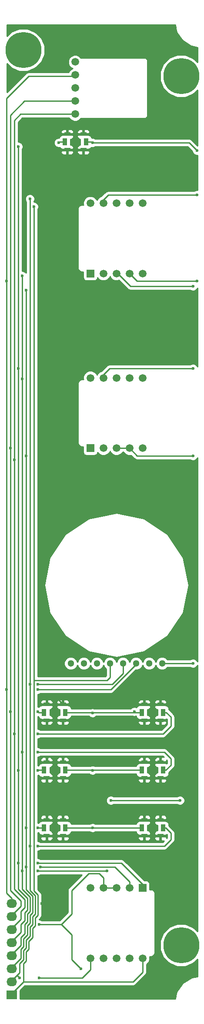
<source format=gbr>
G04 #@! TF.FileFunction,Copper,L1,Top,Signal*
%FSLAX46Y46*%
G04 Gerber Fmt 4.6, Leading zero omitted, Abs format (unit mm)*
G04 Created by KiCad (PCBNEW 4.0.0-1rc2.201511291916+6190~38~ubuntu14.04.1-stable) date Mon 14 Mar 2016 12:19:52 PM PDT*
%MOMM*%
G01*
G04 APERTURE LIST*
%ADD10C,0.100000*%
%ADD11R,2.032000X1.727200*%
%ADD12O,2.032000X1.727200*%
%ADD13C,1.500000*%
%ADD14R,1.500000X1.500000*%
%ADD15C,1.300000*%
%ADD16R,1.150000X0.750000*%
%ADD17R,0.950000X1.400000*%
%ADD18C,7.000000*%
%ADD19C,0.600000*%
%ADD20C,0.250000*%
%ADD21C,0.254000*%
G04 APERTURE END LIST*
D10*
D11*
X101600000Y-189484000D03*
D12*
X101600000Y-186944000D03*
X101600000Y-184404000D03*
X101600000Y-181864000D03*
X101600000Y-179324000D03*
X101600000Y-176784000D03*
X101600000Y-174244000D03*
X101600000Y-171704000D03*
D13*
X114000000Y-7920000D03*
X114000000Y-10460000D03*
X114000000Y-13000000D03*
X114000000Y-15540000D03*
X114000000Y-18080000D03*
X127080000Y-182350000D03*
X124540000Y-182350000D03*
X122000000Y-182350000D03*
X119460000Y-182350000D03*
X116920000Y-182350000D03*
D14*
X127080000Y-168650000D03*
D13*
X124540000Y-168650000D03*
X116920000Y-168650000D03*
X119460000Y-168650000D03*
X122000000Y-168650000D03*
X116920000Y-35400000D03*
X119460000Y-35400000D03*
X122000000Y-35400000D03*
X124540000Y-35400000D03*
X127080000Y-35400000D03*
D14*
X116920000Y-49100000D03*
D13*
X119460000Y-49100000D03*
X127080000Y-49100000D03*
X124540000Y-49100000D03*
X122000000Y-49100000D03*
X116920000Y-69400000D03*
X119460000Y-69400000D03*
X122000000Y-69400000D03*
X124540000Y-69400000D03*
X127080000Y-69400000D03*
D14*
X116920000Y-83100000D03*
D13*
X119460000Y-83100000D03*
X127080000Y-83100000D03*
X124540000Y-83100000D03*
X122000000Y-83100000D03*
D15*
X130890000Y-124990000D03*
X128350000Y-124990000D03*
X125810000Y-124990000D03*
X123270000Y-124990000D03*
X120730000Y-124990000D03*
X118190000Y-124990000D03*
X115650000Y-124990000D03*
X113110000Y-124990000D03*
D16*
X112425000Y-21975000D03*
X115575000Y-21975000D03*
X112425000Y-25025000D03*
D17*
X116075000Y-23500000D03*
X111925000Y-23500000D03*
D16*
X115575000Y-25025000D03*
X108425000Y-132975000D03*
X111575000Y-132975000D03*
X108425000Y-136025000D03*
D17*
X112075000Y-134500000D03*
X107925000Y-134500000D03*
D16*
X111575000Y-136025000D03*
X108425000Y-144225000D03*
X111575000Y-144225000D03*
X108425000Y-147275000D03*
D17*
X112075000Y-145750000D03*
X107925000Y-145750000D03*
D16*
X111575000Y-147275000D03*
X108425000Y-155475000D03*
X111575000Y-155475000D03*
X108425000Y-158525000D03*
D17*
X112075000Y-157000000D03*
X107925000Y-157000000D03*
D16*
X111575000Y-158525000D03*
X130575000Y-136025000D03*
X127425000Y-136025000D03*
X130575000Y-132975000D03*
D17*
X126925000Y-134500000D03*
X131075000Y-134500000D03*
D16*
X127425000Y-132975000D03*
X130575000Y-147275000D03*
X127425000Y-147275000D03*
X130575000Y-144225000D03*
D17*
X126925000Y-145750000D03*
X131075000Y-145750000D03*
D16*
X127425000Y-144225000D03*
X130575000Y-158525000D03*
X127425000Y-158525000D03*
X130575000Y-155475000D03*
D17*
X126925000Y-157000000D03*
X131075000Y-157000000D03*
D16*
X127425000Y-155475000D03*
D18*
X134620000Y-10668000D03*
X103886000Y-5588000D03*
X134620000Y-179832000D03*
D19*
X109982000Y-131318000D03*
X109982000Y-126746000D03*
X107442000Y-171704000D03*
X108204000Y-162560000D03*
X115062000Y-184404000D03*
X106934000Y-175768000D03*
X125476000Y-134366000D03*
X117348000Y-134620000D03*
X117348000Y-156972000D03*
X117348000Y-145796000D03*
X136906000Y-124968000D03*
X136906000Y-51562000D03*
X136906000Y-67564000D03*
X136906000Y-84582000D03*
X137668000Y-25146000D03*
X117348000Y-23622000D03*
X137668000Y-33782000D03*
X137668000Y-50546000D03*
X134366000Y-151638000D03*
X120904000Y-151638000D03*
X105918000Y-36068000D03*
X105156000Y-34544000D03*
X105156000Y-129032000D03*
X106680000Y-129032000D03*
X105156000Y-160528000D03*
X106680000Y-160528000D03*
X106934000Y-186182000D03*
X103124000Y-186182000D03*
X104394000Y-52324000D03*
X104394000Y-84582000D03*
X104394000Y-156972000D03*
X106680000Y-156972000D03*
X104394000Y-164592000D03*
X107188000Y-164592000D03*
X103632000Y-49530000D03*
X103632000Y-69596000D03*
X103632000Y-142240000D03*
X106680000Y-142240000D03*
X103632000Y-165354000D03*
X120142000Y-165354000D03*
X106680000Y-165354000D03*
X102870000Y-24384000D03*
X110744000Y-23622000D03*
X102870000Y-67564000D03*
X102870000Y-145796000D03*
X106680000Y-145796000D03*
X102870000Y-163830000D03*
X106680000Y-163830000D03*
X102108000Y-85344000D03*
X102108000Y-138684000D03*
X106680000Y-138684000D03*
X101346000Y-83058000D03*
X101346000Y-134366000D03*
X106680000Y-134366000D03*
X100584000Y-50546000D03*
X106680000Y-130048000D03*
X100584000Y-130048000D03*
D20*
X111575000Y-132975000D02*
X111575000Y-132911000D01*
X111575000Y-132911000D02*
X109982000Y-131318000D01*
X118110000Y-165862000D02*
X118618000Y-165862000D01*
X119460000Y-166704000D02*
X119460000Y-168650000D01*
X118618000Y-165862000D02*
X119460000Y-166704000D01*
X122000000Y-168650000D02*
X119460000Y-168650000D01*
X111252000Y-175768000D02*
X113284000Y-173736000D01*
X116586000Y-165862000D02*
X118110000Y-165862000D01*
X113284000Y-169164000D02*
X116586000Y-165862000D01*
X113284000Y-173736000D02*
X113284000Y-169164000D01*
X113284000Y-182626000D02*
X115062000Y-184404000D01*
X113284000Y-177800000D02*
X113284000Y-182626000D01*
X111252000Y-175768000D02*
X113284000Y-177800000D01*
X106934000Y-175768000D02*
X111252000Y-175768000D01*
X125476000Y-134366000D02*
X125476000Y-134500000D01*
X125476000Y-134500000D02*
X125476000Y-134366000D01*
X118618000Y-134500000D02*
X125610000Y-134500000D01*
X117348000Y-134620000D02*
X117348000Y-134500000D01*
X117348000Y-134500000D02*
X117348000Y-134620000D01*
X117348000Y-134620000D02*
X117348000Y-134500000D01*
X118618000Y-134500000D02*
X117348000Y-134500000D01*
X117348000Y-134500000D02*
X112075000Y-134500000D01*
X112075000Y-145750000D02*
X117302000Y-145750000D01*
X117302000Y-145750000D02*
X117348000Y-145796000D01*
X117348000Y-156972000D02*
X126897000Y-156972000D01*
X126897000Y-156972000D02*
X126925000Y-157000000D01*
X112075000Y-157000000D02*
X117320000Y-157000000D01*
X117320000Y-157000000D02*
X117348000Y-156972000D01*
X126925000Y-145750000D02*
X117394000Y-145750000D01*
X117394000Y-145750000D02*
X117348000Y-145796000D01*
X118484000Y-134500000D02*
X118618000Y-134500000D01*
X125342000Y-134500000D02*
X125730000Y-134500000D01*
X125730000Y-134500000D02*
X126925000Y-134500000D01*
X130890000Y-124990000D02*
X136884000Y-124990000D01*
X136884000Y-124990000D02*
X136906000Y-124968000D01*
X122000000Y-49100000D02*
X122252000Y-49100000D01*
X122252000Y-49100000D02*
X124714000Y-51562000D01*
X124714000Y-51562000D02*
X136906000Y-51562000D01*
X134874000Y-67564000D02*
X136906000Y-67564000D01*
X119460000Y-69400000D02*
X119460000Y-68754000D01*
X119460000Y-68754000D02*
X120650000Y-67564000D01*
X120650000Y-67564000D02*
X134874000Y-67564000D01*
X134874000Y-67564000D02*
X135128000Y-67564000D01*
X122000000Y-83100000D02*
X124540000Y-83100000D01*
X124540000Y-83100000D02*
X126022000Y-84582000D01*
X126022000Y-84582000D02*
X136906000Y-84582000D01*
X117348000Y-23622000D02*
X136144000Y-23622000D01*
X136144000Y-23622000D02*
X137668000Y-25146000D01*
X117226000Y-23500000D02*
X116075000Y-23500000D01*
X117348000Y-23622000D02*
X117226000Y-23500000D01*
X119460000Y-35400000D02*
X119460000Y-34718000D01*
X119460000Y-34718000D02*
X120396000Y-33782000D01*
X120396000Y-33782000D02*
X137668000Y-33782000D01*
X124540000Y-49100000D02*
X124540000Y-49102000D01*
X124540000Y-49102000D02*
X125984000Y-50546000D01*
X125984000Y-50546000D02*
X137668000Y-50546000D01*
X120904000Y-151638000D02*
X134366000Y-151638000D01*
X105918000Y-127000000D02*
X105918000Y-128270000D01*
X105918000Y-36068000D02*
X105918000Y-127000000D01*
X120730000Y-124990000D02*
X120730000Y-127682000D01*
X120142000Y-128270000D02*
X105918000Y-128270000D01*
X120730000Y-127682000D02*
X120142000Y-128270000D01*
X103886000Y-186944000D02*
X125222000Y-186944000D01*
X127080000Y-185086000D02*
X127080000Y-182350000D01*
X125222000Y-186944000D02*
X127080000Y-185086000D01*
X105918000Y-169286806D02*
X105918000Y-128270000D01*
X106680000Y-170048806D02*
X105918000Y-169286806D01*
X106680000Y-173990000D02*
X106680000Y-170048806D01*
X106172000Y-174498000D02*
X106680000Y-173990000D01*
X106172000Y-176022000D02*
X106172000Y-174498000D01*
X105664000Y-176530000D02*
X106172000Y-176022000D01*
X105664000Y-178308000D02*
X105664000Y-176530000D01*
X104902000Y-179070000D02*
X105664000Y-178308000D01*
X104902000Y-180594000D02*
X104902000Y-179070000D01*
X104394000Y-181102000D02*
X104902000Y-180594000D01*
X104394000Y-182880000D02*
X104394000Y-181102000D01*
X103886000Y-183388000D02*
X104394000Y-182880000D01*
X103886000Y-186944000D02*
X103886000Y-183388000D01*
X103886000Y-186944000D02*
X101600000Y-189230000D01*
X101600000Y-189484000D02*
X101600000Y-189230000D01*
X105156000Y-34544000D02*
X105156000Y-36068000D01*
X123270000Y-124990000D02*
X123270000Y-126920000D01*
X121158000Y-129032000D02*
X106680000Y-129032000D01*
X123270000Y-126920000D02*
X121158000Y-129032000D01*
X131075000Y-157000000D02*
X131600000Y-157000000D01*
X131318000Y-160528000D02*
X106680000Y-160528000D01*
X132588000Y-159258000D02*
X131318000Y-160528000D01*
X132588000Y-157988000D02*
X132588000Y-159258000D01*
X131600000Y-157000000D02*
X132588000Y-157988000D01*
X105156000Y-36068000D02*
X105156000Y-45720000D01*
X103124000Y-185166000D02*
X102616000Y-185674000D01*
X103124000Y-185166000D02*
X103124000Y-183388000D01*
X103124000Y-183388000D02*
X103886000Y-182626000D01*
X103886000Y-182626000D02*
X103886000Y-180848000D01*
X103886000Y-180848000D02*
X104394000Y-180340000D01*
X104394000Y-180340000D02*
X104394000Y-178816000D01*
X104394000Y-178816000D02*
X105156000Y-178054000D01*
X105156000Y-178054000D02*
X105156000Y-176276000D01*
X105156000Y-176276000D02*
X105664000Y-175768000D01*
X105664000Y-175768000D02*
X105664000Y-174244000D01*
X105664000Y-174244000D02*
X106172000Y-173736000D01*
X106172000Y-173736000D02*
X106172000Y-170177204D01*
X106172000Y-170177204D02*
X105156000Y-169161204D01*
X105156000Y-169161204D02*
X105156000Y-160528000D01*
X105156000Y-160528000D02*
X105156000Y-129032000D01*
X105156000Y-129032000D02*
X105156000Y-126746000D01*
X105156000Y-45720000D02*
X105156000Y-126746000D01*
X102616000Y-185674000D02*
X103124000Y-186182000D01*
X116920000Y-184578000D02*
X116920000Y-182350000D01*
X115316000Y-186182000D02*
X116920000Y-184578000D01*
X106934000Y-186182000D02*
X115316000Y-186182000D01*
X101600000Y-186944000D02*
X101600000Y-186690000D01*
X101600000Y-186690000D02*
X102616000Y-185674000D01*
X107925000Y-157000000D02*
X106708000Y-157000000D01*
X106708000Y-157000000D02*
X106680000Y-156972000D01*
X124540000Y-168650000D02*
X124540000Y-167466000D01*
X121666000Y-164592000D02*
X124540000Y-167466000D01*
X107188000Y-164592000D02*
X121666000Y-164592000D01*
X101600000Y-184404000D02*
X101600000Y-184150000D01*
X101600000Y-184150000D02*
X103378000Y-182372000D01*
X103378000Y-182372000D02*
X103378000Y-180594000D01*
X103378000Y-180594000D02*
X103886000Y-180086000D01*
X103886000Y-180086000D02*
X103886000Y-178562000D01*
X103886000Y-178562000D02*
X104648000Y-177800000D01*
X104648000Y-177800000D02*
X104648000Y-176022000D01*
X104648000Y-176022000D02*
X105156000Y-175514000D01*
X105156000Y-175514000D02*
X105156000Y-173990000D01*
X105156000Y-173990000D02*
X105664000Y-173482000D01*
X105664000Y-173482000D02*
X105664000Y-170305602D01*
X105664000Y-170305602D02*
X104394000Y-169035602D01*
X104394000Y-169035602D02*
X104394000Y-164592000D01*
X104394000Y-164592000D02*
X104394000Y-156972000D01*
X104394000Y-156972000D02*
X104394000Y-84582000D01*
X104394000Y-84582000D02*
X104394000Y-52324000D01*
X103632000Y-49530000D02*
X103632000Y-69596000D01*
X131075000Y-145750000D02*
X131618000Y-145750000D01*
X131318000Y-142240000D02*
X106680000Y-142240000D01*
X132588000Y-143510000D02*
X131318000Y-142240000D01*
X132588000Y-144780000D02*
X132588000Y-143510000D01*
X131618000Y-145750000D02*
X132588000Y-144780000D01*
X106680000Y-165354000D02*
X120142000Y-165354000D01*
X103632000Y-69596000D02*
X103632000Y-142240000D01*
X103632000Y-142240000D02*
X103632000Y-165354000D01*
X103632000Y-165354000D02*
X103632000Y-168910000D01*
X105156000Y-170434000D02*
X103632000Y-168910000D01*
X105156000Y-173228000D02*
X105156000Y-170434000D01*
X104648000Y-173736000D02*
X105156000Y-173228000D01*
X104648000Y-175260000D02*
X104648000Y-173736000D01*
X104140000Y-175768000D02*
X104648000Y-175260000D01*
X104140000Y-177546000D02*
X104140000Y-175768000D01*
X103378000Y-178308000D02*
X104140000Y-177546000D01*
X103378000Y-179832000D02*
X103378000Y-178308000D01*
X103378000Y-179832000D02*
X101600000Y-181610000D01*
X101600000Y-181864000D02*
X101600000Y-181610000D01*
X111925000Y-23500000D02*
X110866000Y-23500000D01*
X110866000Y-23500000D02*
X110744000Y-23622000D01*
X107925000Y-145750000D02*
X106726000Y-145750000D01*
X106726000Y-145750000D02*
X106680000Y-145796000D01*
X127080000Y-167974000D02*
X122936000Y-163830000D01*
X106680000Y-163830000D02*
X122936000Y-163830000D01*
X127080000Y-167974000D02*
X127080000Y-168650000D01*
X103124000Y-169164000D02*
X102870000Y-168910000D01*
X102870000Y-168910000D02*
X102870000Y-163830000D01*
X101600000Y-179070000D02*
X103378000Y-177292000D01*
X103378000Y-177292000D02*
X103378000Y-175768000D01*
X103378000Y-175768000D02*
X104140000Y-175006000D01*
X104140000Y-175006000D02*
X104140000Y-173482000D01*
X104140000Y-173482000D02*
X104648000Y-172974000D01*
X104648000Y-172974000D02*
X104648000Y-170688000D01*
X104648000Y-170688000D02*
X103124000Y-169164000D01*
X102870000Y-163830000D02*
X102870000Y-145796000D01*
X102870000Y-145796000D02*
X102870000Y-67564000D01*
X102870000Y-67564000D02*
X102870000Y-24384000D01*
X101600000Y-179324000D02*
X101600000Y-179070000D01*
X102108000Y-19558000D02*
X102108000Y-19304000D01*
X102108000Y-85344000D02*
X102108000Y-19558000D01*
X103332000Y-18080000D02*
X114000000Y-18080000D01*
X102108000Y-19304000D02*
X103332000Y-18080000D01*
X131075000Y-134500000D02*
X131706000Y-134500000D01*
X131064000Y-138684000D02*
X106680000Y-138684000D01*
X132588000Y-137160000D02*
X131064000Y-138684000D01*
X132588000Y-135382000D02*
X132588000Y-137160000D01*
X131706000Y-134500000D02*
X132588000Y-135382000D01*
X102362000Y-169164000D02*
X102108000Y-168910000D01*
X104140000Y-170942000D02*
X102362000Y-169164000D01*
X104140000Y-172466000D02*
X104140000Y-170942000D01*
X103378000Y-173228000D02*
X104140000Y-172466000D01*
X103378000Y-174752000D02*
X103378000Y-173228000D01*
X101600000Y-176530000D02*
X103378000Y-174752000D01*
X102108000Y-168910000D02*
X102108000Y-138684000D01*
X102108000Y-138684000D02*
X102108000Y-85344000D01*
X101600000Y-176784000D02*
X101600000Y-176530000D01*
X101346000Y-18796000D02*
X101346000Y-18288000D01*
X101346000Y-83058000D02*
X101346000Y-18796000D01*
X104094000Y-15540000D02*
X114000000Y-15540000D01*
X101346000Y-18288000D02*
X104094000Y-15540000D01*
X107925000Y-134500000D02*
X106814000Y-134500000D01*
X106814000Y-134500000D02*
X106680000Y-134366000D01*
X101346000Y-83058000D02*
X101346000Y-134366000D01*
X101346000Y-134366000D02*
X101346000Y-165608000D01*
X101346000Y-169164000D02*
X101346000Y-165608000D01*
X103378000Y-171196000D02*
X101346000Y-169164000D01*
X103378000Y-172212000D02*
X103378000Y-171196000D01*
X103378000Y-172212000D02*
X101600000Y-173990000D01*
X101600000Y-174244000D02*
X101600000Y-173990000D01*
X100584000Y-14986000D02*
X104902000Y-10668000D01*
X100584000Y-50546000D02*
X100584000Y-14986000D01*
X104902000Y-10668000D02*
X113792000Y-10668000D01*
X113792000Y-10668000D02*
X114000000Y-10460000D01*
X125810000Y-124990000D02*
X125810000Y-125142000D01*
X125810000Y-125142000D02*
X120904000Y-130048000D01*
X120904000Y-130048000D02*
X106680000Y-130048000D01*
X101600000Y-171704000D02*
X101600000Y-170688000D01*
X100584000Y-169672000D02*
X100584000Y-130048000D01*
X100584000Y-130048000D02*
X100584000Y-50546000D01*
X101600000Y-170688000D02*
X100584000Y-169672000D01*
D21*
G36*
X137790000Y-177154655D02*
X136965347Y-176328562D01*
X135446111Y-175697720D01*
X133801106Y-175696284D01*
X132280771Y-176324474D01*
X131116562Y-177486653D01*
X130485720Y-179005889D01*
X130484284Y-180650894D01*
X131112474Y-182171229D01*
X132274653Y-183335438D01*
X133793889Y-183966280D01*
X135438894Y-183967716D01*
X136959229Y-183339526D01*
X137790000Y-182510204D01*
X137790000Y-185917318D01*
X136639411Y-186146184D01*
X136408450Y-186241852D01*
X136383470Y-186252199D01*
X134923564Y-187227675D01*
X134759092Y-187392148D01*
X134727675Y-187423565D01*
X133752198Y-188883470D01*
X133690097Y-189033397D01*
X133646184Y-189139411D01*
X133417318Y-190290000D01*
X103263440Y-190290000D01*
X103263440Y-188641362D01*
X104200802Y-187704000D01*
X125222000Y-187704000D01*
X125512839Y-187646148D01*
X125759401Y-187481401D01*
X127617401Y-185623401D01*
X127782148Y-185376839D01*
X127840000Y-185086000D01*
X127840000Y-183534547D01*
X127863515Y-183524831D01*
X128253461Y-183135564D01*
X128464759Y-182626702D01*
X128465240Y-182075715D01*
X128440236Y-182015200D01*
X128752600Y-182015200D01*
X129024305Y-181961154D01*
X129254646Y-181807246D01*
X129408554Y-181576905D01*
X129462600Y-181305200D01*
X129462600Y-169697400D01*
X129408554Y-169425695D01*
X129254646Y-169195354D01*
X129024305Y-169041446D01*
X128752600Y-168987400D01*
X128477440Y-168987400D01*
X128477440Y-167900000D01*
X128433162Y-167664683D01*
X128294090Y-167448559D01*
X128081890Y-167303569D01*
X127830000Y-167252560D01*
X127433362Y-167252560D01*
X123473401Y-163292599D01*
X123226839Y-163127852D01*
X122936000Y-163070000D01*
X107242463Y-163070000D01*
X107210327Y-163037808D01*
X106866799Y-162895162D01*
X106678000Y-162894998D01*
X106678000Y-161462999D01*
X106865167Y-161463162D01*
X107208943Y-161321117D01*
X107242118Y-161288000D01*
X131318000Y-161288000D01*
X131608839Y-161230148D01*
X131855401Y-161065401D01*
X133125401Y-159795401D01*
X133290148Y-159548840D01*
X133348000Y-159258000D01*
X133348000Y-157988000D01*
X133290148Y-157697161D01*
X133125401Y-157450599D01*
X132197440Y-156522638D01*
X132197440Y-156300000D01*
X132153162Y-156064683D01*
X132014090Y-155848559D01*
X131801890Y-155703569D01*
X131709010Y-155684760D01*
X131626250Y-155602000D01*
X130702000Y-155602000D01*
X130702000Y-155622000D01*
X130448000Y-155622000D01*
X130448000Y-155602000D01*
X129523750Y-155602000D01*
X129365000Y-155760750D01*
X129365000Y-155976310D01*
X129461673Y-156209699D01*
X129640302Y-156388327D01*
X129873691Y-156485000D01*
X129952560Y-156485000D01*
X129952560Y-157515000D01*
X129873691Y-157515000D01*
X129640302Y-157611673D01*
X129461673Y-157790301D01*
X129365000Y-158023690D01*
X129365000Y-158239250D01*
X129523750Y-158398000D01*
X130448000Y-158398000D01*
X130448000Y-158378000D01*
X130702000Y-158378000D01*
X130702000Y-158398000D01*
X131626250Y-158398000D01*
X131706201Y-158318049D01*
X131785317Y-158303162D01*
X131811507Y-158286309D01*
X131828000Y-158302802D01*
X131828000Y-158943198D01*
X131785000Y-158986198D01*
X131785000Y-158810750D01*
X131626250Y-158652000D01*
X130702000Y-158652000D01*
X130702000Y-159376250D01*
X130860750Y-159535000D01*
X131236198Y-159535000D01*
X131003198Y-159768000D01*
X107242463Y-159768000D01*
X107210327Y-159735808D01*
X106866799Y-159593162D01*
X106678000Y-159592998D01*
X106678000Y-158810750D01*
X107215000Y-158810750D01*
X107215000Y-159026310D01*
X107311673Y-159259699D01*
X107490302Y-159438327D01*
X107723691Y-159535000D01*
X108139250Y-159535000D01*
X108298000Y-159376250D01*
X108298000Y-158652000D01*
X108552000Y-158652000D01*
X108552000Y-159376250D01*
X108710750Y-159535000D01*
X109126309Y-159535000D01*
X109359698Y-159438327D01*
X109538327Y-159259699D01*
X109635000Y-159026310D01*
X109635000Y-158810750D01*
X110365000Y-158810750D01*
X110365000Y-159026310D01*
X110461673Y-159259699D01*
X110640302Y-159438327D01*
X110873691Y-159535000D01*
X111289250Y-159535000D01*
X111448000Y-159376250D01*
X111448000Y-158652000D01*
X111702000Y-158652000D01*
X111702000Y-159376250D01*
X111860750Y-159535000D01*
X112276309Y-159535000D01*
X112509698Y-159438327D01*
X112688327Y-159259699D01*
X112785000Y-159026310D01*
X112785000Y-158810750D01*
X126215000Y-158810750D01*
X126215000Y-159026310D01*
X126311673Y-159259699D01*
X126490302Y-159438327D01*
X126723691Y-159535000D01*
X127139250Y-159535000D01*
X127298000Y-159376250D01*
X127298000Y-158652000D01*
X127552000Y-158652000D01*
X127552000Y-159376250D01*
X127710750Y-159535000D01*
X128126309Y-159535000D01*
X128359698Y-159438327D01*
X128538327Y-159259699D01*
X128635000Y-159026310D01*
X128635000Y-158810750D01*
X129365000Y-158810750D01*
X129365000Y-159026310D01*
X129461673Y-159259699D01*
X129640302Y-159438327D01*
X129873691Y-159535000D01*
X130289250Y-159535000D01*
X130448000Y-159376250D01*
X130448000Y-158652000D01*
X129523750Y-158652000D01*
X129365000Y-158810750D01*
X128635000Y-158810750D01*
X128476250Y-158652000D01*
X127552000Y-158652000D01*
X127298000Y-158652000D01*
X126373750Y-158652000D01*
X126215000Y-158810750D01*
X112785000Y-158810750D01*
X112626250Y-158652000D01*
X111702000Y-158652000D01*
X111448000Y-158652000D01*
X110523750Y-158652000D01*
X110365000Y-158810750D01*
X109635000Y-158810750D01*
X109476250Y-158652000D01*
X108552000Y-158652000D01*
X108298000Y-158652000D01*
X107373750Y-158652000D01*
X107215000Y-158810750D01*
X106678000Y-158810750D01*
X106678000Y-157906999D01*
X106841536Y-157907141D01*
X106846838Y-157935317D01*
X106985910Y-158151441D01*
X107198110Y-158296431D01*
X107290990Y-158315240D01*
X107373750Y-158398000D01*
X108298000Y-158398000D01*
X108298000Y-158378000D01*
X108552000Y-158378000D01*
X108552000Y-158398000D01*
X109476250Y-158398000D01*
X109635000Y-158239250D01*
X109635000Y-158023690D01*
X109538327Y-157790301D01*
X109359698Y-157611673D01*
X109126309Y-157515000D01*
X109047440Y-157515000D01*
X109047440Y-156485000D01*
X109126309Y-156485000D01*
X109359698Y-156388327D01*
X109538327Y-156209699D01*
X109635000Y-155976310D01*
X109635000Y-155760750D01*
X110365000Y-155760750D01*
X110365000Y-155976310D01*
X110461673Y-156209699D01*
X110640302Y-156388327D01*
X110873691Y-156485000D01*
X110952560Y-156485000D01*
X110952560Y-157515000D01*
X110873691Y-157515000D01*
X110640302Y-157611673D01*
X110461673Y-157790301D01*
X110365000Y-158023690D01*
X110365000Y-158239250D01*
X110523750Y-158398000D01*
X111448000Y-158398000D01*
X111448000Y-158378000D01*
X111702000Y-158378000D01*
X111702000Y-158398000D01*
X112626250Y-158398000D01*
X112706201Y-158318049D01*
X112785317Y-158303162D01*
X113001441Y-158164090D01*
X113146431Y-157951890D01*
X113185290Y-157760000D01*
X116813488Y-157760000D01*
X116817673Y-157764192D01*
X117161201Y-157906838D01*
X117533167Y-157907162D01*
X117876943Y-157765117D01*
X117910118Y-157732000D01*
X125808581Y-157732000D01*
X125846838Y-157935317D01*
X125985910Y-158151441D01*
X126198110Y-158296431D01*
X126290990Y-158315240D01*
X126373750Y-158398000D01*
X127298000Y-158398000D01*
X127298000Y-158378000D01*
X127552000Y-158378000D01*
X127552000Y-158398000D01*
X128476250Y-158398000D01*
X128635000Y-158239250D01*
X128635000Y-158023690D01*
X128538327Y-157790301D01*
X128359698Y-157611673D01*
X128126309Y-157515000D01*
X128047440Y-157515000D01*
X128047440Y-156485000D01*
X128126309Y-156485000D01*
X128359698Y-156388327D01*
X128538327Y-156209699D01*
X128635000Y-155976310D01*
X128635000Y-155760750D01*
X128476250Y-155602000D01*
X127552000Y-155602000D01*
X127552000Y-155622000D01*
X127298000Y-155622000D01*
X127298000Y-155602000D01*
X126373750Y-155602000D01*
X126293799Y-155681951D01*
X126214683Y-155696838D01*
X125998559Y-155835910D01*
X125853569Y-156048110D01*
X125820380Y-156212000D01*
X117910463Y-156212000D01*
X117878327Y-156179808D01*
X117534799Y-156037162D01*
X117162833Y-156036838D01*
X116819057Y-156178883D01*
X116757833Y-156240000D01*
X113186150Y-156240000D01*
X113153162Y-156064683D01*
X113014090Y-155848559D01*
X112801890Y-155703569D01*
X112709010Y-155684760D01*
X112626250Y-155602000D01*
X111702000Y-155602000D01*
X111702000Y-155622000D01*
X111448000Y-155622000D01*
X111448000Y-155602000D01*
X110523750Y-155602000D01*
X110365000Y-155760750D01*
X109635000Y-155760750D01*
X109476250Y-155602000D01*
X108552000Y-155602000D01*
X108552000Y-155622000D01*
X108298000Y-155622000D01*
X108298000Y-155602000D01*
X107373750Y-155602000D01*
X107293799Y-155681951D01*
X107214683Y-155696838D01*
X106998559Y-155835910D01*
X106861053Y-156037157D01*
X106678000Y-156036998D01*
X106678000Y-154973690D01*
X107215000Y-154973690D01*
X107215000Y-155189250D01*
X107373750Y-155348000D01*
X108298000Y-155348000D01*
X108298000Y-154623750D01*
X108552000Y-154623750D01*
X108552000Y-155348000D01*
X109476250Y-155348000D01*
X109635000Y-155189250D01*
X109635000Y-154973690D01*
X110365000Y-154973690D01*
X110365000Y-155189250D01*
X110523750Y-155348000D01*
X111448000Y-155348000D01*
X111448000Y-154623750D01*
X111702000Y-154623750D01*
X111702000Y-155348000D01*
X112626250Y-155348000D01*
X112785000Y-155189250D01*
X112785000Y-154973690D01*
X126215000Y-154973690D01*
X126215000Y-155189250D01*
X126373750Y-155348000D01*
X127298000Y-155348000D01*
X127298000Y-154623750D01*
X127552000Y-154623750D01*
X127552000Y-155348000D01*
X128476250Y-155348000D01*
X128635000Y-155189250D01*
X128635000Y-154973690D01*
X129365000Y-154973690D01*
X129365000Y-155189250D01*
X129523750Y-155348000D01*
X130448000Y-155348000D01*
X130448000Y-154623750D01*
X130702000Y-154623750D01*
X130702000Y-155348000D01*
X131626250Y-155348000D01*
X131785000Y-155189250D01*
X131785000Y-154973690D01*
X131688327Y-154740301D01*
X131509698Y-154561673D01*
X131276309Y-154465000D01*
X130860750Y-154465000D01*
X130702000Y-154623750D01*
X130448000Y-154623750D01*
X130289250Y-154465000D01*
X129873691Y-154465000D01*
X129640302Y-154561673D01*
X129461673Y-154740301D01*
X129365000Y-154973690D01*
X128635000Y-154973690D01*
X128538327Y-154740301D01*
X128359698Y-154561673D01*
X128126309Y-154465000D01*
X127710750Y-154465000D01*
X127552000Y-154623750D01*
X127298000Y-154623750D01*
X127139250Y-154465000D01*
X126723691Y-154465000D01*
X126490302Y-154561673D01*
X126311673Y-154740301D01*
X126215000Y-154973690D01*
X112785000Y-154973690D01*
X112688327Y-154740301D01*
X112509698Y-154561673D01*
X112276309Y-154465000D01*
X111860750Y-154465000D01*
X111702000Y-154623750D01*
X111448000Y-154623750D01*
X111289250Y-154465000D01*
X110873691Y-154465000D01*
X110640302Y-154561673D01*
X110461673Y-154740301D01*
X110365000Y-154973690D01*
X109635000Y-154973690D01*
X109538327Y-154740301D01*
X109359698Y-154561673D01*
X109126309Y-154465000D01*
X108710750Y-154465000D01*
X108552000Y-154623750D01*
X108298000Y-154623750D01*
X108139250Y-154465000D01*
X107723691Y-154465000D01*
X107490302Y-154561673D01*
X107311673Y-154740301D01*
X107215000Y-154973690D01*
X106678000Y-154973690D01*
X106678000Y-151823167D01*
X119968838Y-151823167D01*
X120110883Y-152166943D01*
X120373673Y-152430192D01*
X120717201Y-152572838D01*
X121089167Y-152573162D01*
X121432943Y-152431117D01*
X121466118Y-152398000D01*
X133803537Y-152398000D01*
X133835673Y-152430192D01*
X134179201Y-152572838D01*
X134551167Y-152573162D01*
X134894943Y-152431117D01*
X135158192Y-152168327D01*
X135300838Y-151824799D01*
X135301162Y-151452833D01*
X135159117Y-151109057D01*
X134896327Y-150845808D01*
X134552799Y-150703162D01*
X134180833Y-150702838D01*
X133837057Y-150844883D01*
X133803882Y-150878000D01*
X121466463Y-150878000D01*
X121434327Y-150845808D01*
X121090799Y-150703162D01*
X120718833Y-150702838D01*
X120375057Y-150844883D01*
X120111808Y-151107673D01*
X119969162Y-151451201D01*
X119968838Y-151823167D01*
X106678000Y-151823167D01*
X106678000Y-147560750D01*
X107215000Y-147560750D01*
X107215000Y-147776310D01*
X107311673Y-148009699D01*
X107490302Y-148188327D01*
X107723691Y-148285000D01*
X108139250Y-148285000D01*
X108298000Y-148126250D01*
X108298000Y-147402000D01*
X108552000Y-147402000D01*
X108552000Y-148126250D01*
X108710750Y-148285000D01*
X109126309Y-148285000D01*
X109359698Y-148188327D01*
X109538327Y-148009699D01*
X109635000Y-147776310D01*
X109635000Y-147560750D01*
X110365000Y-147560750D01*
X110365000Y-147776310D01*
X110461673Y-148009699D01*
X110640302Y-148188327D01*
X110873691Y-148285000D01*
X111289250Y-148285000D01*
X111448000Y-148126250D01*
X111448000Y-147402000D01*
X111702000Y-147402000D01*
X111702000Y-148126250D01*
X111860750Y-148285000D01*
X112276309Y-148285000D01*
X112509698Y-148188327D01*
X112688327Y-148009699D01*
X112785000Y-147776310D01*
X112785000Y-147560750D01*
X126215000Y-147560750D01*
X126215000Y-147776310D01*
X126311673Y-148009699D01*
X126490302Y-148188327D01*
X126723691Y-148285000D01*
X127139250Y-148285000D01*
X127298000Y-148126250D01*
X127298000Y-147402000D01*
X127552000Y-147402000D01*
X127552000Y-148126250D01*
X127710750Y-148285000D01*
X128126309Y-148285000D01*
X128359698Y-148188327D01*
X128538327Y-148009699D01*
X128635000Y-147776310D01*
X128635000Y-147560750D01*
X129365000Y-147560750D01*
X129365000Y-147776310D01*
X129461673Y-148009699D01*
X129640302Y-148188327D01*
X129873691Y-148285000D01*
X130289250Y-148285000D01*
X130448000Y-148126250D01*
X130448000Y-147402000D01*
X130702000Y-147402000D01*
X130702000Y-148126250D01*
X130860750Y-148285000D01*
X131276309Y-148285000D01*
X131509698Y-148188327D01*
X131688327Y-148009699D01*
X131785000Y-147776310D01*
X131785000Y-147560750D01*
X131626250Y-147402000D01*
X130702000Y-147402000D01*
X130448000Y-147402000D01*
X129523750Y-147402000D01*
X129365000Y-147560750D01*
X128635000Y-147560750D01*
X128476250Y-147402000D01*
X127552000Y-147402000D01*
X127298000Y-147402000D01*
X126373750Y-147402000D01*
X126215000Y-147560750D01*
X112785000Y-147560750D01*
X112626250Y-147402000D01*
X111702000Y-147402000D01*
X111448000Y-147402000D01*
X110523750Y-147402000D01*
X110365000Y-147560750D01*
X109635000Y-147560750D01*
X109476250Y-147402000D01*
X108552000Y-147402000D01*
X108298000Y-147402000D01*
X107373750Y-147402000D01*
X107215000Y-147560750D01*
X106678000Y-147560750D01*
X106678000Y-146730999D01*
X106865167Y-146731162D01*
X106873992Y-146727516D01*
X106985910Y-146901441D01*
X107198110Y-147046431D01*
X107290990Y-147065240D01*
X107373750Y-147148000D01*
X108298000Y-147148000D01*
X108298000Y-147128000D01*
X108552000Y-147128000D01*
X108552000Y-147148000D01*
X109476250Y-147148000D01*
X109635000Y-146989250D01*
X109635000Y-146773690D01*
X109538327Y-146540301D01*
X109359698Y-146361673D01*
X109126309Y-146265000D01*
X109047440Y-146265000D01*
X109047440Y-145235000D01*
X109126309Y-145235000D01*
X109359698Y-145138327D01*
X109538327Y-144959699D01*
X109635000Y-144726310D01*
X109635000Y-144510750D01*
X110365000Y-144510750D01*
X110365000Y-144726310D01*
X110461673Y-144959699D01*
X110640302Y-145138327D01*
X110873691Y-145235000D01*
X110952560Y-145235000D01*
X110952560Y-146265000D01*
X110873691Y-146265000D01*
X110640302Y-146361673D01*
X110461673Y-146540301D01*
X110365000Y-146773690D01*
X110365000Y-146989250D01*
X110523750Y-147148000D01*
X111448000Y-147148000D01*
X111448000Y-147128000D01*
X111702000Y-147128000D01*
X111702000Y-147148000D01*
X112626250Y-147148000D01*
X112706201Y-147068049D01*
X112785317Y-147053162D01*
X113001441Y-146914090D01*
X113146431Y-146701890D01*
X113185290Y-146510000D01*
X116739617Y-146510000D01*
X116817673Y-146588192D01*
X117161201Y-146730838D01*
X117533167Y-146731162D01*
X117876943Y-146589117D01*
X117956198Y-146510000D01*
X125813850Y-146510000D01*
X125846838Y-146685317D01*
X125985910Y-146901441D01*
X126198110Y-147046431D01*
X126290990Y-147065240D01*
X126373750Y-147148000D01*
X127298000Y-147148000D01*
X127298000Y-147128000D01*
X127552000Y-147128000D01*
X127552000Y-147148000D01*
X128476250Y-147148000D01*
X128635000Y-146989250D01*
X128635000Y-146773690D01*
X128538327Y-146540301D01*
X128359698Y-146361673D01*
X128126309Y-146265000D01*
X128047440Y-146265000D01*
X128047440Y-145235000D01*
X128126309Y-145235000D01*
X128359698Y-145138327D01*
X128538327Y-144959699D01*
X128635000Y-144726310D01*
X128635000Y-144510750D01*
X128476250Y-144352000D01*
X127552000Y-144352000D01*
X127552000Y-144372000D01*
X127298000Y-144372000D01*
X127298000Y-144352000D01*
X126373750Y-144352000D01*
X126293799Y-144431951D01*
X126214683Y-144446838D01*
X125998559Y-144585910D01*
X125853569Y-144798110D01*
X125814710Y-144990000D01*
X117845074Y-144990000D01*
X117534799Y-144861162D01*
X117162833Y-144860838D01*
X116850236Y-144990000D01*
X113186150Y-144990000D01*
X113153162Y-144814683D01*
X113014090Y-144598559D01*
X112801890Y-144453569D01*
X112709010Y-144434760D01*
X112626250Y-144352000D01*
X111702000Y-144352000D01*
X111702000Y-144372000D01*
X111448000Y-144372000D01*
X111448000Y-144352000D01*
X110523750Y-144352000D01*
X110365000Y-144510750D01*
X109635000Y-144510750D01*
X109476250Y-144352000D01*
X108552000Y-144352000D01*
X108552000Y-144372000D01*
X108298000Y-144372000D01*
X108298000Y-144352000D01*
X107373750Y-144352000D01*
X107293799Y-144431951D01*
X107214683Y-144446838D01*
X106998559Y-144585910D01*
X106853569Y-144798110D01*
X106840805Y-144861139D01*
X106678000Y-144860998D01*
X106678000Y-143723690D01*
X107215000Y-143723690D01*
X107215000Y-143939250D01*
X107373750Y-144098000D01*
X108298000Y-144098000D01*
X108298000Y-143373750D01*
X108552000Y-143373750D01*
X108552000Y-144098000D01*
X109476250Y-144098000D01*
X109635000Y-143939250D01*
X109635000Y-143723690D01*
X110365000Y-143723690D01*
X110365000Y-143939250D01*
X110523750Y-144098000D01*
X111448000Y-144098000D01*
X111448000Y-143373750D01*
X111702000Y-143373750D01*
X111702000Y-144098000D01*
X112626250Y-144098000D01*
X112785000Y-143939250D01*
X112785000Y-143723690D01*
X126215000Y-143723690D01*
X126215000Y-143939250D01*
X126373750Y-144098000D01*
X127298000Y-144098000D01*
X127298000Y-143373750D01*
X127552000Y-143373750D01*
X127552000Y-144098000D01*
X128476250Y-144098000D01*
X128635000Y-143939250D01*
X128635000Y-143723690D01*
X129365000Y-143723690D01*
X129365000Y-143939250D01*
X129523750Y-144098000D01*
X130448000Y-144098000D01*
X130448000Y-143373750D01*
X130289250Y-143215000D01*
X129873691Y-143215000D01*
X129640302Y-143311673D01*
X129461673Y-143490301D01*
X129365000Y-143723690D01*
X128635000Y-143723690D01*
X128538327Y-143490301D01*
X128359698Y-143311673D01*
X128126309Y-143215000D01*
X127710750Y-143215000D01*
X127552000Y-143373750D01*
X127298000Y-143373750D01*
X127139250Y-143215000D01*
X126723691Y-143215000D01*
X126490302Y-143311673D01*
X126311673Y-143490301D01*
X126215000Y-143723690D01*
X112785000Y-143723690D01*
X112688327Y-143490301D01*
X112509698Y-143311673D01*
X112276309Y-143215000D01*
X111860750Y-143215000D01*
X111702000Y-143373750D01*
X111448000Y-143373750D01*
X111289250Y-143215000D01*
X110873691Y-143215000D01*
X110640302Y-143311673D01*
X110461673Y-143490301D01*
X110365000Y-143723690D01*
X109635000Y-143723690D01*
X109538327Y-143490301D01*
X109359698Y-143311673D01*
X109126309Y-143215000D01*
X108710750Y-143215000D01*
X108552000Y-143373750D01*
X108298000Y-143373750D01*
X108139250Y-143215000D01*
X107723691Y-143215000D01*
X107490302Y-143311673D01*
X107311673Y-143490301D01*
X107215000Y-143723690D01*
X106678000Y-143723690D01*
X106678000Y-143174999D01*
X106865167Y-143175162D01*
X107208943Y-143033117D01*
X107242118Y-143000000D01*
X131003198Y-143000000D01*
X131218198Y-143215000D01*
X130860750Y-143215000D01*
X130702000Y-143373750D01*
X130702000Y-144098000D01*
X131626250Y-144098000D01*
X131785000Y-143939250D01*
X131785000Y-143781802D01*
X131828000Y-143824802D01*
X131828000Y-144465198D01*
X131824310Y-144468888D01*
X131801890Y-144453569D01*
X131709010Y-144434760D01*
X131626250Y-144352000D01*
X130702000Y-144352000D01*
X130702000Y-144372000D01*
X130448000Y-144372000D01*
X130448000Y-144352000D01*
X129523750Y-144352000D01*
X129365000Y-144510750D01*
X129365000Y-144726310D01*
X129461673Y-144959699D01*
X129640302Y-145138327D01*
X129873691Y-145235000D01*
X129952560Y-145235000D01*
X129952560Y-146265000D01*
X129873691Y-146265000D01*
X129640302Y-146361673D01*
X129461673Y-146540301D01*
X129365000Y-146773690D01*
X129365000Y-146989250D01*
X129523750Y-147148000D01*
X130448000Y-147148000D01*
X130448000Y-147128000D01*
X130702000Y-147128000D01*
X130702000Y-147148000D01*
X131626250Y-147148000D01*
X131706201Y-147068049D01*
X131785317Y-147053162D01*
X132001441Y-146914090D01*
X132146431Y-146701890D01*
X132197440Y-146450000D01*
X132197440Y-146245362D01*
X133125401Y-145317401D01*
X133290148Y-145070839D01*
X133348000Y-144780000D01*
X133348000Y-143510000D01*
X133290148Y-143219161D01*
X133290148Y-143219160D01*
X133125401Y-142972599D01*
X131855401Y-141702599D01*
X131608839Y-141537852D01*
X131318000Y-141480000D01*
X107242463Y-141480000D01*
X107210327Y-141447808D01*
X106866799Y-141305162D01*
X106678000Y-141304998D01*
X106678000Y-139618999D01*
X106865167Y-139619162D01*
X107208943Y-139477117D01*
X107242118Y-139444000D01*
X131064000Y-139444000D01*
X131354839Y-139386148D01*
X131601401Y-139221401D01*
X133125401Y-137697401D01*
X133290148Y-137450840D01*
X133299746Y-137402586D01*
X133348000Y-137160000D01*
X133348000Y-135382000D01*
X133329760Y-135290301D01*
X133290148Y-135091160D01*
X133125401Y-134844599D01*
X132243401Y-133962599D01*
X132197440Y-133931889D01*
X132197440Y-133800000D01*
X132153162Y-133564683D01*
X132014090Y-133348559D01*
X131801890Y-133203569D01*
X131709010Y-133184760D01*
X131626250Y-133102000D01*
X130702000Y-133102000D01*
X130702000Y-133122000D01*
X130448000Y-133122000D01*
X130448000Y-133102000D01*
X129523750Y-133102000D01*
X129365000Y-133260750D01*
X129365000Y-133476310D01*
X129461673Y-133709699D01*
X129640302Y-133888327D01*
X129873691Y-133985000D01*
X129952560Y-133985000D01*
X129952560Y-135015000D01*
X129873691Y-135015000D01*
X129640302Y-135111673D01*
X129461673Y-135290301D01*
X129365000Y-135523690D01*
X129365000Y-135739250D01*
X129523750Y-135898000D01*
X130448000Y-135898000D01*
X130448000Y-135878000D01*
X130702000Y-135878000D01*
X130702000Y-135898000D01*
X131626250Y-135898000D01*
X131706201Y-135818049D01*
X131785317Y-135803162D01*
X131828000Y-135775696D01*
X131828000Y-136845198D01*
X130749198Y-137924000D01*
X107242463Y-137924000D01*
X107210327Y-137891808D01*
X106866799Y-137749162D01*
X106678000Y-137748998D01*
X106678000Y-136310750D01*
X107215000Y-136310750D01*
X107215000Y-136526310D01*
X107311673Y-136759699D01*
X107490302Y-136938327D01*
X107723691Y-137035000D01*
X108139250Y-137035000D01*
X108298000Y-136876250D01*
X108298000Y-136152000D01*
X108552000Y-136152000D01*
X108552000Y-136876250D01*
X108710750Y-137035000D01*
X109126309Y-137035000D01*
X109359698Y-136938327D01*
X109538327Y-136759699D01*
X109635000Y-136526310D01*
X109635000Y-136310750D01*
X110365000Y-136310750D01*
X110365000Y-136526310D01*
X110461673Y-136759699D01*
X110640302Y-136938327D01*
X110873691Y-137035000D01*
X111289250Y-137035000D01*
X111448000Y-136876250D01*
X111448000Y-136152000D01*
X111702000Y-136152000D01*
X111702000Y-136876250D01*
X111860750Y-137035000D01*
X112276309Y-137035000D01*
X112509698Y-136938327D01*
X112688327Y-136759699D01*
X112785000Y-136526310D01*
X112785000Y-136310750D01*
X126215000Y-136310750D01*
X126215000Y-136526310D01*
X126311673Y-136759699D01*
X126490302Y-136938327D01*
X126723691Y-137035000D01*
X127139250Y-137035000D01*
X127298000Y-136876250D01*
X127298000Y-136152000D01*
X127552000Y-136152000D01*
X127552000Y-136876250D01*
X127710750Y-137035000D01*
X128126309Y-137035000D01*
X128359698Y-136938327D01*
X128538327Y-136759699D01*
X128635000Y-136526310D01*
X128635000Y-136310750D01*
X129365000Y-136310750D01*
X129365000Y-136526310D01*
X129461673Y-136759699D01*
X129640302Y-136938327D01*
X129873691Y-137035000D01*
X130289250Y-137035000D01*
X130448000Y-136876250D01*
X130448000Y-136152000D01*
X130702000Y-136152000D01*
X130702000Y-136876250D01*
X130860750Y-137035000D01*
X131276309Y-137035000D01*
X131509698Y-136938327D01*
X131688327Y-136759699D01*
X131785000Y-136526310D01*
X131785000Y-136310750D01*
X131626250Y-136152000D01*
X130702000Y-136152000D01*
X130448000Y-136152000D01*
X129523750Y-136152000D01*
X129365000Y-136310750D01*
X128635000Y-136310750D01*
X128476250Y-136152000D01*
X127552000Y-136152000D01*
X127298000Y-136152000D01*
X126373750Y-136152000D01*
X126215000Y-136310750D01*
X112785000Y-136310750D01*
X112626250Y-136152000D01*
X111702000Y-136152000D01*
X111448000Y-136152000D01*
X110523750Y-136152000D01*
X110365000Y-136310750D01*
X109635000Y-136310750D01*
X109476250Y-136152000D01*
X108552000Y-136152000D01*
X108298000Y-136152000D01*
X107373750Y-136152000D01*
X107215000Y-136310750D01*
X106678000Y-136310750D01*
X106678000Y-135300999D01*
X106821588Y-135301124D01*
X106846838Y-135435317D01*
X106985910Y-135651441D01*
X107198110Y-135796431D01*
X107290990Y-135815240D01*
X107373750Y-135898000D01*
X108298000Y-135898000D01*
X108298000Y-135878000D01*
X108552000Y-135878000D01*
X108552000Y-135898000D01*
X109476250Y-135898000D01*
X109635000Y-135739250D01*
X109635000Y-135523690D01*
X109538327Y-135290301D01*
X109359698Y-135111673D01*
X109126309Y-135015000D01*
X109047440Y-135015000D01*
X109047440Y-133985000D01*
X109126309Y-133985000D01*
X109359698Y-133888327D01*
X109538327Y-133709699D01*
X109635000Y-133476310D01*
X109635000Y-133260750D01*
X110365000Y-133260750D01*
X110365000Y-133476310D01*
X110461673Y-133709699D01*
X110640302Y-133888327D01*
X110873691Y-133985000D01*
X110952560Y-133985000D01*
X110952560Y-135015000D01*
X110873691Y-135015000D01*
X110640302Y-135111673D01*
X110461673Y-135290301D01*
X110365000Y-135523690D01*
X110365000Y-135739250D01*
X110523750Y-135898000D01*
X111448000Y-135898000D01*
X111448000Y-135878000D01*
X111702000Y-135878000D01*
X111702000Y-135898000D01*
X112626250Y-135898000D01*
X112706201Y-135818049D01*
X112785317Y-135803162D01*
X113001441Y-135664090D01*
X113146431Y-135451890D01*
X113185290Y-135260000D01*
X116665746Y-135260000D01*
X116817673Y-135412192D01*
X117161201Y-135554838D01*
X117533167Y-135555162D01*
X117876943Y-135413117D01*
X118030327Y-135260000D01*
X125190853Y-135260000D01*
X125289201Y-135300838D01*
X125661167Y-135301162D01*
X125760787Y-135260000D01*
X125813850Y-135260000D01*
X125846838Y-135435317D01*
X125985910Y-135651441D01*
X126198110Y-135796431D01*
X126290990Y-135815240D01*
X126373750Y-135898000D01*
X127298000Y-135898000D01*
X127298000Y-135878000D01*
X127552000Y-135878000D01*
X127552000Y-135898000D01*
X128476250Y-135898000D01*
X128635000Y-135739250D01*
X128635000Y-135523690D01*
X128538327Y-135290301D01*
X128359698Y-135111673D01*
X128126309Y-135015000D01*
X128047440Y-135015000D01*
X128047440Y-133985000D01*
X128126309Y-133985000D01*
X128359698Y-133888327D01*
X128538327Y-133709699D01*
X128635000Y-133476310D01*
X128635000Y-133260750D01*
X128476250Y-133102000D01*
X127552000Y-133102000D01*
X127552000Y-133122000D01*
X127298000Y-133122000D01*
X127298000Y-133102000D01*
X126373750Y-133102000D01*
X126293799Y-133181951D01*
X126214683Y-133196838D01*
X125998559Y-133335910D01*
X125873653Y-133518717D01*
X125662799Y-133431162D01*
X125290833Y-133430838D01*
X124947057Y-133572883D01*
X124779648Y-133740000D01*
X117666863Y-133740000D01*
X117534799Y-133685162D01*
X117162833Y-133684838D01*
X117029330Y-133740000D01*
X113186150Y-133740000D01*
X113153162Y-133564683D01*
X113014090Y-133348559D01*
X112801890Y-133203569D01*
X112709010Y-133184760D01*
X112626250Y-133102000D01*
X111702000Y-133102000D01*
X111702000Y-133122000D01*
X111448000Y-133122000D01*
X111448000Y-133102000D01*
X110523750Y-133102000D01*
X110365000Y-133260750D01*
X109635000Y-133260750D01*
X109476250Y-133102000D01*
X108552000Y-133102000D01*
X108552000Y-133122000D01*
X108298000Y-133122000D01*
X108298000Y-133102000D01*
X107373750Y-133102000D01*
X107293799Y-133181951D01*
X107214683Y-133196838D01*
X106998559Y-133335910D01*
X106918740Y-133452730D01*
X106866799Y-133431162D01*
X106678000Y-133430998D01*
X106678000Y-132473690D01*
X107215000Y-132473690D01*
X107215000Y-132689250D01*
X107373750Y-132848000D01*
X108298000Y-132848000D01*
X108298000Y-132123750D01*
X108552000Y-132123750D01*
X108552000Y-132848000D01*
X109476250Y-132848000D01*
X109635000Y-132689250D01*
X109635000Y-132473690D01*
X110365000Y-132473690D01*
X110365000Y-132689250D01*
X110523750Y-132848000D01*
X111448000Y-132848000D01*
X111448000Y-132123750D01*
X111702000Y-132123750D01*
X111702000Y-132848000D01*
X112626250Y-132848000D01*
X112785000Y-132689250D01*
X112785000Y-132473690D01*
X126215000Y-132473690D01*
X126215000Y-132689250D01*
X126373750Y-132848000D01*
X127298000Y-132848000D01*
X127298000Y-132123750D01*
X127552000Y-132123750D01*
X127552000Y-132848000D01*
X128476250Y-132848000D01*
X128635000Y-132689250D01*
X128635000Y-132473690D01*
X129365000Y-132473690D01*
X129365000Y-132689250D01*
X129523750Y-132848000D01*
X130448000Y-132848000D01*
X130448000Y-132123750D01*
X130702000Y-132123750D01*
X130702000Y-132848000D01*
X131626250Y-132848000D01*
X131785000Y-132689250D01*
X131785000Y-132473690D01*
X131688327Y-132240301D01*
X131509698Y-132061673D01*
X131276309Y-131965000D01*
X130860750Y-131965000D01*
X130702000Y-132123750D01*
X130448000Y-132123750D01*
X130289250Y-131965000D01*
X129873691Y-131965000D01*
X129640302Y-132061673D01*
X129461673Y-132240301D01*
X129365000Y-132473690D01*
X128635000Y-132473690D01*
X128538327Y-132240301D01*
X128359698Y-132061673D01*
X128126309Y-131965000D01*
X127710750Y-131965000D01*
X127552000Y-132123750D01*
X127298000Y-132123750D01*
X127139250Y-131965000D01*
X126723691Y-131965000D01*
X126490302Y-132061673D01*
X126311673Y-132240301D01*
X126215000Y-132473690D01*
X112785000Y-132473690D01*
X112688327Y-132240301D01*
X112509698Y-132061673D01*
X112276309Y-131965000D01*
X111860750Y-131965000D01*
X111702000Y-132123750D01*
X111448000Y-132123750D01*
X111289250Y-131965000D01*
X110873691Y-131965000D01*
X110640302Y-132061673D01*
X110461673Y-132240301D01*
X110365000Y-132473690D01*
X109635000Y-132473690D01*
X109538327Y-132240301D01*
X109359698Y-132061673D01*
X109126309Y-131965000D01*
X108710750Y-131965000D01*
X108552000Y-132123750D01*
X108298000Y-132123750D01*
X108139250Y-131965000D01*
X107723691Y-131965000D01*
X107490302Y-132061673D01*
X107311673Y-132240301D01*
X107215000Y-132473690D01*
X106678000Y-132473690D01*
X106678000Y-130982999D01*
X106865167Y-130983162D01*
X107208943Y-130841117D01*
X107242118Y-130808000D01*
X120904000Y-130808000D01*
X121194839Y-130750148D01*
X121441401Y-130585401D01*
X125751852Y-126274950D01*
X126064481Y-126275223D01*
X126536943Y-126080005D01*
X126898735Y-125718845D01*
X127080205Y-125281818D01*
X127259995Y-125716943D01*
X127621155Y-126078735D01*
X128093276Y-126274777D01*
X128604481Y-126275223D01*
X129076943Y-126080005D01*
X129438735Y-125718845D01*
X129620205Y-125281818D01*
X129799995Y-125716943D01*
X130161155Y-126078735D01*
X130633276Y-126274777D01*
X131144481Y-126275223D01*
X131616943Y-126080005D01*
X131947525Y-125750000D01*
X136365499Y-125750000D01*
X136375673Y-125760192D01*
X136719201Y-125902838D01*
X137091167Y-125903162D01*
X137434943Y-125761117D01*
X137698192Y-125498327D01*
X137790000Y-125277230D01*
X137790000Y-177154655D01*
X137790000Y-177154655D01*
G37*
X137790000Y-177154655D02*
X136965347Y-176328562D01*
X135446111Y-175697720D01*
X133801106Y-175696284D01*
X132280771Y-176324474D01*
X131116562Y-177486653D01*
X130485720Y-179005889D01*
X130484284Y-180650894D01*
X131112474Y-182171229D01*
X132274653Y-183335438D01*
X133793889Y-183966280D01*
X135438894Y-183967716D01*
X136959229Y-183339526D01*
X137790000Y-182510204D01*
X137790000Y-185917318D01*
X136639411Y-186146184D01*
X136408450Y-186241852D01*
X136383470Y-186252199D01*
X134923564Y-187227675D01*
X134759092Y-187392148D01*
X134727675Y-187423565D01*
X133752198Y-188883470D01*
X133690097Y-189033397D01*
X133646184Y-189139411D01*
X133417318Y-190290000D01*
X103263440Y-190290000D01*
X103263440Y-188641362D01*
X104200802Y-187704000D01*
X125222000Y-187704000D01*
X125512839Y-187646148D01*
X125759401Y-187481401D01*
X127617401Y-185623401D01*
X127782148Y-185376839D01*
X127840000Y-185086000D01*
X127840000Y-183534547D01*
X127863515Y-183524831D01*
X128253461Y-183135564D01*
X128464759Y-182626702D01*
X128465240Y-182075715D01*
X128440236Y-182015200D01*
X128752600Y-182015200D01*
X129024305Y-181961154D01*
X129254646Y-181807246D01*
X129408554Y-181576905D01*
X129462600Y-181305200D01*
X129462600Y-169697400D01*
X129408554Y-169425695D01*
X129254646Y-169195354D01*
X129024305Y-169041446D01*
X128752600Y-168987400D01*
X128477440Y-168987400D01*
X128477440Y-167900000D01*
X128433162Y-167664683D01*
X128294090Y-167448559D01*
X128081890Y-167303569D01*
X127830000Y-167252560D01*
X127433362Y-167252560D01*
X123473401Y-163292599D01*
X123226839Y-163127852D01*
X122936000Y-163070000D01*
X107242463Y-163070000D01*
X107210327Y-163037808D01*
X106866799Y-162895162D01*
X106678000Y-162894998D01*
X106678000Y-161462999D01*
X106865167Y-161463162D01*
X107208943Y-161321117D01*
X107242118Y-161288000D01*
X131318000Y-161288000D01*
X131608839Y-161230148D01*
X131855401Y-161065401D01*
X133125401Y-159795401D01*
X133290148Y-159548840D01*
X133348000Y-159258000D01*
X133348000Y-157988000D01*
X133290148Y-157697161D01*
X133125401Y-157450599D01*
X132197440Y-156522638D01*
X132197440Y-156300000D01*
X132153162Y-156064683D01*
X132014090Y-155848559D01*
X131801890Y-155703569D01*
X131709010Y-155684760D01*
X131626250Y-155602000D01*
X130702000Y-155602000D01*
X130702000Y-155622000D01*
X130448000Y-155622000D01*
X130448000Y-155602000D01*
X129523750Y-155602000D01*
X129365000Y-155760750D01*
X129365000Y-155976310D01*
X129461673Y-156209699D01*
X129640302Y-156388327D01*
X129873691Y-156485000D01*
X129952560Y-156485000D01*
X129952560Y-157515000D01*
X129873691Y-157515000D01*
X129640302Y-157611673D01*
X129461673Y-157790301D01*
X129365000Y-158023690D01*
X129365000Y-158239250D01*
X129523750Y-158398000D01*
X130448000Y-158398000D01*
X130448000Y-158378000D01*
X130702000Y-158378000D01*
X130702000Y-158398000D01*
X131626250Y-158398000D01*
X131706201Y-158318049D01*
X131785317Y-158303162D01*
X131811507Y-158286309D01*
X131828000Y-158302802D01*
X131828000Y-158943198D01*
X131785000Y-158986198D01*
X131785000Y-158810750D01*
X131626250Y-158652000D01*
X130702000Y-158652000D01*
X130702000Y-159376250D01*
X130860750Y-159535000D01*
X131236198Y-159535000D01*
X131003198Y-159768000D01*
X107242463Y-159768000D01*
X107210327Y-159735808D01*
X106866799Y-159593162D01*
X106678000Y-159592998D01*
X106678000Y-158810750D01*
X107215000Y-158810750D01*
X107215000Y-159026310D01*
X107311673Y-159259699D01*
X107490302Y-159438327D01*
X107723691Y-159535000D01*
X108139250Y-159535000D01*
X108298000Y-159376250D01*
X108298000Y-158652000D01*
X108552000Y-158652000D01*
X108552000Y-159376250D01*
X108710750Y-159535000D01*
X109126309Y-159535000D01*
X109359698Y-159438327D01*
X109538327Y-159259699D01*
X109635000Y-159026310D01*
X109635000Y-158810750D01*
X110365000Y-158810750D01*
X110365000Y-159026310D01*
X110461673Y-159259699D01*
X110640302Y-159438327D01*
X110873691Y-159535000D01*
X111289250Y-159535000D01*
X111448000Y-159376250D01*
X111448000Y-158652000D01*
X111702000Y-158652000D01*
X111702000Y-159376250D01*
X111860750Y-159535000D01*
X112276309Y-159535000D01*
X112509698Y-159438327D01*
X112688327Y-159259699D01*
X112785000Y-159026310D01*
X112785000Y-158810750D01*
X126215000Y-158810750D01*
X126215000Y-159026310D01*
X126311673Y-159259699D01*
X126490302Y-159438327D01*
X126723691Y-159535000D01*
X127139250Y-159535000D01*
X127298000Y-159376250D01*
X127298000Y-158652000D01*
X127552000Y-158652000D01*
X127552000Y-159376250D01*
X127710750Y-159535000D01*
X128126309Y-159535000D01*
X128359698Y-159438327D01*
X128538327Y-159259699D01*
X128635000Y-159026310D01*
X128635000Y-158810750D01*
X129365000Y-158810750D01*
X129365000Y-159026310D01*
X129461673Y-159259699D01*
X129640302Y-159438327D01*
X129873691Y-159535000D01*
X130289250Y-159535000D01*
X130448000Y-159376250D01*
X130448000Y-158652000D01*
X129523750Y-158652000D01*
X129365000Y-158810750D01*
X128635000Y-158810750D01*
X128476250Y-158652000D01*
X127552000Y-158652000D01*
X127298000Y-158652000D01*
X126373750Y-158652000D01*
X126215000Y-158810750D01*
X112785000Y-158810750D01*
X112626250Y-158652000D01*
X111702000Y-158652000D01*
X111448000Y-158652000D01*
X110523750Y-158652000D01*
X110365000Y-158810750D01*
X109635000Y-158810750D01*
X109476250Y-158652000D01*
X108552000Y-158652000D01*
X108298000Y-158652000D01*
X107373750Y-158652000D01*
X107215000Y-158810750D01*
X106678000Y-158810750D01*
X106678000Y-157906999D01*
X106841536Y-157907141D01*
X106846838Y-157935317D01*
X106985910Y-158151441D01*
X107198110Y-158296431D01*
X107290990Y-158315240D01*
X107373750Y-158398000D01*
X108298000Y-158398000D01*
X108298000Y-158378000D01*
X108552000Y-158378000D01*
X108552000Y-158398000D01*
X109476250Y-158398000D01*
X109635000Y-158239250D01*
X109635000Y-158023690D01*
X109538327Y-157790301D01*
X109359698Y-157611673D01*
X109126309Y-157515000D01*
X109047440Y-157515000D01*
X109047440Y-156485000D01*
X109126309Y-156485000D01*
X109359698Y-156388327D01*
X109538327Y-156209699D01*
X109635000Y-155976310D01*
X109635000Y-155760750D01*
X110365000Y-155760750D01*
X110365000Y-155976310D01*
X110461673Y-156209699D01*
X110640302Y-156388327D01*
X110873691Y-156485000D01*
X110952560Y-156485000D01*
X110952560Y-157515000D01*
X110873691Y-157515000D01*
X110640302Y-157611673D01*
X110461673Y-157790301D01*
X110365000Y-158023690D01*
X110365000Y-158239250D01*
X110523750Y-158398000D01*
X111448000Y-158398000D01*
X111448000Y-158378000D01*
X111702000Y-158378000D01*
X111702000Y-158398000D01*
X112626250Y-158398000D01*
X112706201Y-158318049D01*
X112785317Y-158303162D01*
X113001441Y-158164090D01*
X113146431Y-157951890D01*
X113185290Y-157760000D01*
X116813488Y-157760000D01*
X116817673Y-157764192D01*
X117161201Y-157906838D01*
X117533167Y-157907162D01*
X117876943Y-157765117D01*
X117910118Y-157732000D01*
X125808581Y-157732000D01*
X125846838Y-157935317D01*
X125985910Y-158151441D01*
X126198110Y-158296431D01*
X126290990Y-158315240D01*
X126373750Y-158398000D01*
X127298000Y-158398000D01*
X127298000Y-158378000D01*
X127552000Y-158378000D01*
X127552000Y-158398000D01*
X128476250Y-158398000D01*
X128635000Y-158239250D01*
X128635000Y-158023690D01*
X128538327Y-157790301D01*
X128359698Y-157611673D01*
X128126309Y-157515000D01*
X128047440Y-157515000D01*
X128047440Y-156485000D01*
X128126309Y-156485000D01*
X128359698Y-156388327D01*
X128538327Y-156209699D01*
X128635000Y-155976310D01*
X128635000Y-155760750D01*
X128476250Y-155602000D01*
X127552000Y-155602000D01*
X127552000Y-155622000D01*
X127298000Y-155622000D01*
X127298000Y-155602000D01*
X126373750Y-155602000D01*
X126293799Y-155681951D01*
X126214683Y-155696838D01*
X125998559Y-155835910D01*
X125853569Y-156048110D01*
X125820380Y-156212000D01*
X117910463Y-156212000D01*
X117878327Y-156179808D01*
X117534799Y-156037162D01*
X117162833Y-156036838D01*
X116819057Y-156178883D01*
X116757833Y-156240000D01*
X113186150Y-156240000D01*
X113153162Y-156064683D01*
X113014090Y-155848559D01*
X112801890Y-155703569D01*
X112709010Y-155684760D01*
X112626250Y-155602000D01*
X111702000Y-155602000D01*
X111702000Y-155622000D01*
X111448000Y-155622000D01*
X111448000Y-155602000D01*
X110523750Y-155602000D01*
X110365000Y-155760750D01*
X109635000Y-155760750D01*
X109476250Y-155602000D01*
X108552000Y-155602000D01*
X108552000Y-155622000D01*
X108298000Y-155622000D01*
X108298000Y-155602000D01*
X107373750Y-155602000D01*
X107293799Y-155681951D01*
X107214683Y-155696838D01*
X106998559Y-155835910D01*
X106861053Y-156037157D01*
X106678000Y-156036998D01*
X106678000Y-154973690D01*
X107215000Y-154973690D01*
X107215000Y-155189250D01*
X107373750Y-155348000D01*
X108298000Y-155348000D01*
X108298000Y-154623750D01*
X108552000Y-154623750D01*
X108552000Y-155348000D01*
X109476250Y-155348000D01*
X109635000Y-155189250D01*
X109635000Y-154973690D01*
X110365000Y-154973690D01*
X110365000Y-155189250D01*
X110523750Y-155348000D01*
X111448000Y-155348000D01*
X111448000Y-154623750D01*
X111702000Y-154623750D01*
X111702000Y-155348000D01*
X112626250Y-155348000D01*
X112785000Y-155189250D01*
X112785000Y-154973690D01*
X126215000Y-154973690D01*
X126215000Y-155189250D01*
X126373750Y-155348000D01*
X127298000Y-155348000D01*
X127298000Y-154623750D01*
X127552000Y-154623750D01*
X127552000Y-155348000D01*
X128476250Y-155348000D01*
X128635000Y-155189250D01*
X128635000Y-154973690D01*
X129365000Y-154973690D01*
X129365000Y-155189250D01*
X129523750Y-155348000D01*
X130448000Y-155348000D01*
X130448000Y-154623750D01*
X130702000Y-154623750D01*
X130702000Y-155348000D01*
X131626250Y-155348000D01*
X131785000Y-155189250D01*
X131785000Y-154973690D01*
X131688327Y-154740301D01*
X131509698Y-154561673D01*
X131276309Y-154465000D01*
X130860750Y-154465000D01*
X130702000Y-154623750D01*
X130448000Y-154623750D01*
X130289250Y-154465000D01*
X129873691Y-154465000D01*
X129640302Y-154561673D01*
X129461673Y-154740301D01*
X129365000Y-154973690D01*
X128635000Y-154973690D01*
X128538327Y-154740301D01*
X128359698Y-154561673D01*
X128126309Y-154465000D01*
X127710750Y-154465000D01*
X127552000Y-154623750D01*
X127298000Y-154623750D01*
X127139250Y-154465000D01*
X126723691Y-154465000D01*
X126490302Y-154561673D01*
X126311673Y-154740301D01*
X126215000Y-154973690D01*
X112785000Y-154973690D01*
X112688327Y-154740301D01*
X112509698Y-154561673D01*
X112276309Y-154465000D01*
X111860750Y-154465000D01*
X111702000Y-154623750D01*
X111448000Y-154623750D01*
X111289250Y-154465000D01*
X110873691Y-154465000D01*
X110640302Y-154561673D01*
X110461673Y-154740301D01*
X110365000Y-154973690D01*
X109635000Y-154973690D01*
X109538327Y-154740301D01*
X109359698Y-154561673D01*
X109126309Y-154465000D01*
X108710750Y-154465000D01*
X108552000Y-154623750D01*
X108298000Y-154623750D01*
X108139250Y-154465000D01*
X107723691Y-154465000D01*
X107490302Y-154561673D01*
X107311673Y-154740301D01*
X107215000Y-154973690D01*
X106678000Y-154973690D01*
X106678000Y-151823167D01*
X119968838Y-151823167D01*
X120110883Y-152166943D01*
X120373673Y-152430192D01*
X120717201Y-152572838D01*
X121089167Y-152573162D01*
X121432943Y-152431117D01*
X121466118Y-152398000D01*
X133803537Y-152398000D01*
X133835673Y-152430192D01*
X134179201Y-152572838D01*
X134551167Y-152573162D01*
X134894943Y-152431117D01*
X135158192Y-152168327D01*
X135300838Y-151824799D01*
X135301162Y-151452833D01*
X135159117Y-151109057D01*
X134896327Y-150845808D01*
X134552799Y-150703162D01*
X134180833Y-150702838D01*
X133837057Y-150844883D01*
X133803882Y-150878000D01*
X121466463Y-150878000D01*
X121434327Y-150845808D01*
X121090799Y-150703162D01*
X120718833Y-150702838D01*
X120375057Y-150844883D01*
X120111808Y-151107673D01*
X119969162Y-151451201D01*
X119968838Y-151823167D01*
X106678000Y-151823167D01*
X106678000Y-147560750D01*
X107215000Y-147560750D01*
X107215000Y-147776310D01*
X107311673Y-148009699D01*
X107490302Y-148188327D01*
X107723691Y-148285000D01*
X108139250Y-148285000D01*
X108298000Y-148126250D01*
X108298000Y-147402000D01*
X108552000Y-147402000D01*
X108552000Y-148126250D01*
X108710750Y-148285000D01*
X109126309Y-148285000D01*
X109359698Y-148188327D01*
X109538327Y-148009699D01*
X109635000Y-147776310D01*
X109635000Y-147560750D01*
X110365000Y-147560750D01*
X110365000Y-147776310D01*
X110461673Y-148009699D01*
X110640302Y-148188327D01*
X110873691Y-148285000D01*
X111289250Y-148285000D01*
X111448000Y-148126250D01*
X111448000Y-147402000D01*
X111702000Y-147402000D01*
X111702000Y-148126250D01*
X111860750Y-148285000D01*
X112276309Y-148285000D01*
X112509698Y-148188327D01*
X112688327Y-148009699D01*
X112785000Y-147776310D01*
X112785000Y-147560750D01*
X126215000Y-147560750D01*
X126215000Y-147776310D01*
X126311673Y-148009699D01*
X126490302Y-148188327D01*
X126723691Y-148285000D01*
X127139250Y-148285000D01*
X127298000Y-148126250D01*
X127298000Y-147402000D01*
X127552000Y-147402000D01*
X127552000Y-148126250D01*
X127710750Y-148285000D01*
X128126309Y-148285000D01*
X128359698Y-148188327D01*
X128538327Y-148009699D01*
X128635000Y-147776310D01*
X128635000Y-147560750D01*
X129365000Y-147560750D01*
X129365000Y-147776310D01*
X129461673Y-148009699D01*
X129640302Y-148188327D01*
X129873691Y-148285000D01*
X130289250Y-148285000D01*
X130448000Y-148126250D01*
X130448000Y-147402000D01*
X130702000Y-147402000D01*
X130702000Y-148126250D01*
X130860750Y-148285000D01*
X131276309Y-148285000D01*
X131509698Y-148188327D01*
X131688327Y-148009699D01*
X131785000Y-147776310D01*
X131785000Y-147560750D01*
X131626250Y-147402000D01*
X130702000Y-147402000D01*
X130448000Y-147402000D01*
X129523750Y-147402000D01*
X129365000Y-147560750D01*
X128635000Y-147560750D01*
X128476250Y-147402000D01*
X127552000Y-147402000D01*
X127298000Y-147402000D01*
X126373750Y-147402000D01*
X126215000Y-147560750D01*
X112785000Y-147560750D01*
X112626250Y-147402000D01*
X111702000Y-147402000D01*
X111448000Y-147402000D01*
X110523750Y-147402000D01*
X110365000Y-147560750D01*
X109635000Y-147560750D01*
X109476250Y-147402000D01*
X108552000Y-147402000D01*
X108298000Y-147402000D01*
X107373750Y-147402000D01*
X107215000Y-147560750D01*
X106678000Y-147560750D01*
X106678000Y-146730999D01*
X106865167Y-146731162D01*
X106873992Y-146727516D01*
X106985910Y-146901441D01*
X107198110Y-147046431D01*
X107290990Y-147065240D01*
X107373750Y-147148000D01*
X108298000Y-147148000D01*
X108298000Y-147128000D01*
X108552000Y-147128000D01*
X108552000Y-147148000D01*
X109476250Y-147148000D01*
X109635000Y-146989250D01*
X109635000Y-146773690D01*
X109538327Y-146540301D01*
X109359698Y-146361673D01*
X109126309Y-146265000D01*
X109047440Y-146265000D01*
X109047440Y-145235000D01*
X109126309Y-145235000D01*
X109359698Y-145138327D01*
X109538327Y-144959699D01*
X109635000Y-144726310D01*
X109635000Y-144510750D01*
X110365000Y-144510750D01*
X110365000Y-144726310D01*
X110461673Y-144959699D01*
X110640302Y-145138327D01*
X110873691Y-145235000D01*
X110952560Y-145235000D01*
X110952560Y-146265000D01*
X110873691Y-146265000D01*
X110640302Y-146361673D01*
X110461673Y-146540301D01*
X110365000Y-146773690D01*
X110365000Y-146989250D01*
X110523750Y-147148000D01*
X111448000Y-147148000D01*
X111448000Y-147128000D01*
X111702000Y-147128000D01*
X111702000Y-147148000D01*
X112626250Y-147148000D01*
X112706201Y-147068049D01*
X112785317Y-147053162D01*
X113001441Y-146914090D01*
X113146431Y-146701890D01*
X113185290Y-146510000D01*
X116739617Y-146510000D01*
X116817673Y-146588192D01*
X117161201Y-146730838D01*
X117533167Y-146731162D01*
X117876943Y-146589117D01*
X117956198Y-146510000D01*
X125813850Y-146510000D01*
X125846838Y-146685317D01*
X125985910Y-146901441D01*
X126198110Y-147046431D01*
X126290990Y-147065240D01*
X126373750Y-147148000D01*
X127298000Y-147148000D01*
X127298000Y-147128000D01*
X127552000Y-147128000D01*
X127552000Y-147148000D01*
X128476250Y-147148000D01*
X128635000Y-146989250D01*
X128635000Y-146773690D01*
X128538327Y-146540301D01*
X128359698Y-146361673D01*
X128126309Y-146265000D01*
X128047440Y-146265000D01*
X128047440Y-145235000D01*
X128126309Y-145235000D01*
X128359698Y-145138327D01*
X128538327Y-144959699D01*
X128635000Y-144726310D01*
X128635000Y-144510750D01*
X128476250Y-144352000D01*
X127552000Y-144352000D01*
X127552000Y-144372000D01*
X127298000Y-144372000D01*
X127298000Y-144352000D01*
X126373750Y-144352000D01*
X126293799Y-144431951D01*
X126214683Y-144446838D01*
X125998559Y-144585910D01*
X125853569Y-144798110D01*
X125814710Y-144990000D01*
X117845074Y-144990000D01*
X117534799Y-144861162D01*
X117162833Y-144860838D01*
X116850236Y-144990000D01*
X113186150Y-144990000D01*
X113153162Y-144814683D01*
X113014090Y-144598559D01*
X112801890Y-144453569D01*
X112709010Y-144434760D01*
X112626250Y-144352000D01*
X111702000Y-144352000D01*
X111702000Y-144372000D01*
X111448000Y-144372000D01*
X111448000Y-144352000D01*
X110523750Y-144352000D01*
X110365000Y-144510750D01*
X109635000Y-144510750D01*
X109476250Y-144352000D01*
X108552000Y-144352000D01*
X108552000Y-144372000D01*
X108298000Y-144372000D01*
X108298000Y-144352000D01*
X107373750Y-144352000D01*
X107293799Y-144431951D01*
X107214683Y-144446838D01*
X106998559Y-144585910D01*
X106853569Y-144798110D01*
X106840805Y-144861139D01*
X106678000Y-144860998D01*
X106678000Y-143723690D01*
X107215000Y-143723690D01*
X107215000Y-143939250D01*
X107373750Y-144098000D01*
X108298000Y-144098000D01*
X108298000Y-143373750D01*
X108552000Y-143373750D01*
X108552000Y-144098000D01*
X109476250Y-144098000D01*
X109635000Y-143939250D01*
X109635000Y-143723690D01*
X110365000Y-143723690D01*
X110365000Y-143939250D01*
X110523750Y-144098000D01*
X111448000Y-144098000D01*
X111448000Y-143373750D01*
X111702000Y-143373750D01*
X111702000Y-144098000D01*
X112626250Y-144098000D01*
X112785000Y-143939250D01*
X112785000Y-143723690D01*
X126215000Y-143723690D01*
X126215000Y-143939250D01*
X126373750Y-144098000D01*
X127298000Y-144098000D01*
X127298000Y-143373750D01*
X127552000Y-143373750D01*
X127552000Y-144098000D01*
X128476250Y-144098000D01*
X128635000Y-143939250D01*
X128635000Y-143723690D01*
X129365000Y-143723690D01*
X129365000Y-143939250D01*
X129523750Y-144098000D01*
X130448000Y-144098000D01*
X130448000Y-143373750D01*
X130289250Y-143215000D01*
X129873691Y-143215000D01*
X129640302Y-143311673D01*
X129461673Y-143490301D01*
X129365000Y-143723690D01*
X128635000Y-143723690D01*
X128538327Y-143490301D01*
X128359698Y-143311673D01*
X128126309Y-143215000D01*
X127710750Y-143215000D01*
X127552000Y-143373750D01*
X127298000Y-143373750D01*
X127139250Y-143215000D01*
X126723691Y-143215000D01*
X126490302Y-143311673D01*
X126311673Y-143490301D01*
X126215000Y-143723690D01*
X112785000Y-143723690D01*
X112688327Y-143490301D01*
X112509698Y-143311673D01*
X112276309Y-143215000D01*
X111860750Y-143215000D01*
X111702000Y-143373750D01*
X111448000Y-143373750D01*
X111289250Y-143215000D01*
X110873691Y-143215000D01*
X110640302Y-143311673D01*
X110461673Y-143490301D01*
X110365000Y-143723690D01*
X109635000Y-143723690D01*
X109538327Y-143490301D01*
X109359698Y-143311673D01*
X109126309Y-143215000D01*
X108710750Y-143215000D01*
X108552000Y-143373750D01*
X108298000Y-143373750D01*
X108139250Y-143215000D01*
X107723691Y-143215000D01*
X107490302Y-143311673D01*
X107311673Y-143490301D01*
X107215000Y-143723690D01*
X106678000Y-143723690D01*
X106678000Y-143174999D01*
X106865167Y-143175162D01*
X107208943Y-143033117D01*
X107242118Y-143000000D01*
X131003198Y-143000000D01*
X131218198Y-143215000D01*
X130860750Y-143215000D01*
X130702000Y-143373750D01*
X130702000Y-144098000D01*
X131626250Y-144098000D01*
X131785000Y-143939250D01*
X131785000Y-143781802D01*
X131828000Y-143824802D01*
X131828000Y-144465198D01*
X131824310Y-144468888D01*
X131801890Y-144453569D01*
X131709010Y-144434760D01*
X131626250Y-144352000D01*
X130702000Y-144352000D01*
X130702000Y-144372000D01*
X130448000Y-144372000D01*
X130448000Y-144352000D01*
X129523750Y-144352000D01*
X129365000Y-144510750D01*
X129365000Y-144726310D01*
X129461673Y-144959699D01*
X129640302Y-145138327D01*
X129873691Y-145235000D01*
X129952560Y-145235000D01*
X129952560Y-146265000D01*
X129873691Y-146265000D01*
X129640302Y-146361673D01*
X129461673Y-146540301D01*
X129365000Y-146773690D01*
X129365000Y-146989250D01*
X129523750Y-147148000D01*
X130448000Y-147148000D01*
X130448000Y-147128000D01*
X130702000Y-147128000D01*
X130702000Y-147148000D01*
X131626250Y-147148000D01*
X131706201Y-147068049D01*
X131785317Y-147053162D01*
X132001441Y-146914090D01*
X132146431Y-146701890D01*
X132197440Y-146450000D01*
X132197440Y-146245362D01*
X133125401Y-145317401D01*
X133290148Y-145070839D01*
X133348000Y-144780000D01*
X133348000Y-143510000D01*
X133290148Y-143219161D01*
X133290148Y-143219160D01*
X133125401Y-142972599D01*
X131855401Y-141702599D01*
X131608839Y-141537852D01*
X131318000Y-141480000D01*
X107242463Y-141480000D01*
X107210327Y-141447808D01*
X106866799Y-141305162D01*
X106678000Y-141304998D01*
X106678000Y-139618999D01*
X106865167Y-139619162D01*
X107208943Y-139477117D01*
X107242118Y-139444000D01*
X131064000Y-139444000D01*
X131354839Y-139386148D01*
X131601401Y-139221401D01*
X133125401Y-137697401D01*
X133290148Y-137450840D01*
X133299746Y-137402586D01*
X133348000Y-137160000D01*
X133348000Y-135382000D01*
X133329760Y-135290301D01*
X133290148Y-135091160D01*
X133125401Y-134844599D01*
X132243401Y-133962599D01*
X132197440Y-133931889D01*
X132197440Y-133800000D01*
X132153162Y-133564683D01*
X132014090Y-133348559D01*
X131801890Y-133203569D01*
X131709010Y-133184760D01*
X131626250Y-133102000D01*
X130702000Y-133102000D01*
X130702000Y-133122000D01*
X130448000Y-133122000D01*
X130448000Y-133102000D01*
X129523750Y-133102000D01*
X129365000Y-133260750D01*
X129365000Y-133476310D01*
X129461673Y-133709699D01*
X129640302Y-133888327D01*
X129873691Y-133985000D01*
X129952560Y-133985000D01*
X129952560Y-135015000D01*
X129873691Y-135015000D01*
X129640302Y-135111673D01*
X129461673Y-135290301D01*
X129365000Y-135523690D01*
X129365000Y-135739250D01*
X129523750Y-135898000D01*
X130448000Y-135898000D01*
X130448000Y-135878000D01*
X130702000Y-135878000D01*
X130702000Y-135898000D01*
X131626250Y-135898000D01*
X131706201Y-135818049D01*
X131785317Y-135803162D01*
X131828000Y-135775696D01*
X131828000Y-136845198D01*
X130749198Y-137924000D01*
X107242463Y-137924000D01*
X107210327Y-137891808D01*
X106866799Y-137749162D01*
X106678000Y-137748998D01*
X106678000Y-136310750D01*
X107215000Y-136310750D01*
X107215000Y-136526310D01*
X107311673Y-136759699D01*
X107490302Y-136938327D01*
X107723691Y-137035000D01*
X108139250Y-137035000D01*
X108298000Y-136876250D01*
X108298000Y-136152000D01*
X108552000Y-136152000D01*
X108552000Y-136876250D01*
X108710750Y-137035000D01*
X109126309Y-137035000D01*
X109359698Y-136938327D01*
X109538327Y-136759699D01*
X109635000Y-136526310D01*
X109635000Y-136310750D01*
X110365000Y-136310750D01*
X110365000Y-136526310D01*
X110461673Y-136759699D01*
X110640302Y-136938327D01*
X110873691Y-137035000D01*
X111289250Y-137035000D01*
X111448000Y-136876250D01*
X111448000Y-136152000D01*
X111702000Y-136152000D01*
X111702000Y-136876250D01*
X111860750Y-137035000D01*
X112276309Y-137035000D01*
X112509698Y-136938327D01*
X112688327Y-136759699D01*
X112785000Y-136526310D01*
X112785000Y-136310750D01*
X126215000Y-136310750D01*
X126215000Y-136526310D01*
X126311673Y-136759699D01*
X126490302Y-136938327D01*
X126723691Y-137035000D01*
X127139250Y-137035000D01*
X127298000Y-136876250D01*
X127298000Y-136152000D01*
X127552000Y-136152000D01*
X127552000Y-136876250D01*
X127710750Y-137035000D01*
X128126309Y-137035000D01*
X128359698Y-136938327D01*
X128538327Y-136759699D01*
X128635000Y-136526310D01*
X128635000Y-136310750D01*
X129365000Y-136310750D01*
X129365000Y-136526310D01*
X129461673Y-136759699D01*
X129640302Y-136938327D01*
X129873691Y-137035000D01*
X130289250Y-137035000D01*
X130448000Y-136876250D01*
X130448000Y-136152000D01*
X130702000Y-136152000D01*
X130702000Y-136876250D01*
X130860750Y-137035000D01*
X131276309Y-137035000D01*
X131509698Y-136938327D01*
X131688327Y-136759699D01*
X131785000Y-136526310D01*
X131785000Y-136310750D01*
X131626250Y-136152000D01*
X130702000Y-136152000D01*
X130448000Y-136152000D01*
X129523750Y-136152000D01*
X129365000Y-136310750D01*
X128635000Y-136310750D01*
X128476250Y-136152000D01*
X127552000Y-136152000D01*
X127298000Y-136152000D01*
X126373750Y-136152000D01*
X126215000Y-136310750D01*
X112785000Y-136310750D01*
X112626250Y-136152000D01*
X111702000Y-136152000D01*
X111448000Y-136152000D01*
X110523750Y-136152000D01*
X110365000Y-136310750D01*
X109635000Y-136310750D01*
X109476250Y-136152000D01*
X108552000Y-136152000D01*
X108298000Y-136152000D01*
X107373750Y-136152000D01*
X107215000Y-136310750D01*
X106678000Y-136310750D01*
X106678000Y-135300999D01*
X106821588Y-135301124D01*
X106846838Y-135435317D01*
X106985910Y-135651441D01*
X107198110Y-135796431D01*
X107290990Y-135815240D01*
X107373750Y-135898000D01*
X108298000Y-135898000D01*
X108298000Y-135878000D01*
X108552000Y-135878000D01*
X108552000Y-135898000D01*
X109476250Y-135898000D01*
X109635000Y-135739250D01*
X109635000Y-135523690D01*
X109538327Y-135290301D01*
X109359698Y-135111673D01*
X109126309Y-135015000D01*
X109047440Y-135015000D01*
X109047440Y-133985000D01*
X109126309Y-133985000D01*
X109359698Y-133888327D01*
X109538327Y-133709699D01*
X109635000Y-133476310D01*
X109635000Y-133260750D01*
X110365000Y-133260750D01*
X110365000Y-133476310D01*
X110461673Y-133709699D01*
X110640302Y-133888327D01*
X110873691Y-133985000D01*
X110952560Y-133985000D01*
X110952560Y-135015000D01*
X110873691Y-135015000D01*
X110640302Y-135111673D01*
X110461673Y-135290301D01*
X110365000Y-135523690D01*
X110365000Y-135739250D01*
X110523750Y-135898000D01*
X111448000Y-135898000D01*
X111448000Y-135878000D01*
X111702000Y-135878000D01*
X111702000Y-135898000D01*
X112626250Y-135898000D01*
X112706201Y-135818049D01*
X112785317Y-135803162D01*
X113001441Y-135664090D01*
X113146431Y-135451890D01*
X113185290Y-135260000D01*
X116665746Y-135260000D01*
X116817673Y-135412192D01*
X117161201Y-135554838D01*
X117533167Y-135555162D01*
X117876943Y-135413117D01*
X118030327Y-135260000D01*
X125190853Y-135260000D01*
X125289201Y-135300838D01*
X125661167Y-135301162D01*
X125760787Y-135260000D01*
X125813850Y-135260000D01*
X125846838Y-135435317D01*
X125985910Y-135651441D01*
X126198110Y-135796431D01*
X126290990Y-135815240D01*
X126373750Y-135898000D01*
X127298000Y-135898000D01*
X127298000Y-135878000D01*
X127552000Y-135878000D01*
X127552000Y-135898000D01*
X128476250Y-135898000D01*
X128635000Y-135739250D01*
X128635000Y-135523690D01*
X128538327Y-135290301D01*
X128359698Y-135111673D01*
X128126309Y-135015000D01*
X128047440Y-135015000D01*
X128047440Y-133985000D01*
X128126309Y-133985000D01*
X128359698Y-133888327D01*
X128538327Y-133709699D01*
X128635000Y-133476310D01*
X128635000Y-133260750D01*
X128476250Y-133102000D01*
X127552000Y-133102000D01*
X127552000Y-133122000D01*
X127298000Y-133122000D01*
X127298000Y-133102000D01*
X126373750Y-133102000D01*
X126293799Y-133181951D01*
X126214683Y-133196838D01*
X125998559Y-133335910D01*
X125873653Y-133518717D01*
X125662799Y-133431162D01*
X125290833Y-133430838D01*
X124947057Y-133572883D01*
X124779648Y-133740000D01*
X117666863Y-133740000D01*
X117534799Y-133685162D01*
X117162833Y-133684838D01*
X117029330Y-133740000D01*
X113186150Y-133740000D01*
X113153162Y-133564683D01*
X113014090Y-133348559D01*
X112801890Y-133203569D01*
X112709010Y-133184760D01*
X112626250Y-133102000D01*
X111702000Y-133102000D01*
X111702000Y-133122000D01*
X111448000Y-133122000D01*
X111448000Y-133102000D01*
X110523750Y-133102000D01*
X110365000Y-133260750D01*
X109635000Y-133260750D01*
X109476250Y-133102000D01*
X108552000Y-133102000D01*
X108552000Y-133122000D01*
X108298000Y-133122000D01*
X108298000Y-133102000D01*
X107373750Y-133102000D01*
X107293799Y-133181951D01*
X107214683Y-133196838D01*
X106998559Y-133335910D01*
X106918740Y-133452730D01*
X106866799Y-133431162D01*
X106678000Y-133430998D01*
X106678000Y-132473690D01*
X107215000Y-132473690D01*
X107215000Y-132689250D01*
X107373750Y-132848000D01*
X108298000Y-132848000D01*
X108298000Y-132123750D01*
X108552000Y-132123750D01*
X108552000Y-132848000D01*
X109476250Y-132848000D01*
X109635000Y-132689250D01*
X109635000Y-132473690D01*
X110365000Y-132473690D01*
X110365000Y-132689250D01*
X110523750Y-132848000D01*
X111448000Y-132848000D01*
X111448000Y-132123750D01*
X111702000Y-132123750D01*
X111702000Y-132848000D01*
X112626250Y-132848000D01*
X112785000Y-132689250D01*
X112785000Y-132473690D01*
X126215000Y-132473690D01*
X126215000Y-132689250D01*
X126373750Y-132848000D01*
X127298000Y-132848000D01*
X127298000Y-132123750D01*
X127552000Y-132123750D01*
X127552000Y-132848000D01*
X128476250Y-132848000D01*
X128635000Y-132689250D01*
X128635000Y-132473690D01*
X129365000Y-132473690D01*
X129365000Y-132689250D01*
X129523750Y-132848000D01*
X130448000Y-132848000D01*
X130448000Y-132123750D01*
X130702000Y-132123750D01*
X130702000Y-132848000D01*
X131626250Y-132848000D01*
X131785000Y-132689250D01*
X131785000Y-132473690D01*
X131688327Y-132240301D01*
X131509698Y-132061673D01*
X131276309Y-131965000D01*
X130860750Y-131965000D01*
X130702000Y-132123750D01*
X130448000Y-132123750D01*
X130289250Y-131965000D01*
X129873691Y-131965000D01*
X129640302Y-132061673D01*
X129461673Y-132240301D01*
X129365000Y-132473690D01*
X128635000Y-132473690D01*
X128538327Y-132240301D01*
X128359698Y-132061673D01*
X128126309Y-131965000D01*
X127710750Y-131965000D01*
X127552000Y-132123750D01*
X127298000Y-132123750D01*
X127139250Y-131965000D01*
X126723691Y-131965000D01*
X126490302Y-132061673D01*
X126311673Y-132240301D01*
X126215000Y-132473690D01*
X112785000Y-132473690D01*
X112688327Y-132240301D01*
X112509698Y-132061673D01*
X112276309Y-131965000D01*
X111860750Y-131965000D01*
X111702000Y-132123750D01*
X111448000Y-132123750D01*
X111289250Y-131965000D01*
X110873691Y-131965000D01*
X110640302Y-132061673D01*
X110461673Y-132240301D01*
X110365000Y-132473690D01*
X109635000Y-132473690D01*
X109538327Y-132240301D01*
X109359698Y-132061673D01*
X109126309Y-131965000D01*
X108710750Y-131965000D01*
X108552000Y-132123750D01*
X108298000Y-132123750D01*
X108139250Y-131965000D01*
X107723691Y-131965000D01*
X107490302Y-132061673D01*
X107311673Y-132240301D01*
X107215000Y-132473690D01*
X106678000Y-132473690D01*
X106678000Y-130982999D01*
X106865167Y-130983162D01*
X107208943Y-130841117D01*
X107242118Y-130808000D01*
X120904000Y-130808000D01*
X121194839Y-130750148D01*
X121441401Y-130585401D01*
X125751852Y-126274950D01*
X126064481Y-126275223D01*
X126536943Y-126080005D01*
X126898735Y-125718845D01*
X127080205Y-125281818D01*
X127259995Y-125716943D01*
X127621155Y-126078735D01*
X128093276Y-126274777D01*
X128604481Y-126275223D01*
X129076943Y-126080005D01*
X129438735Y-125718845D01*
X129620205Y-125281818D01*
X129799995Y-125716943D01*
X130161155Y-126078735D01*
X130633276Y-126274777D01*
X131144481Y-126275223D01*
X131616943Y-126080005D01*
X131947525Y-125750000D01*
X136365499Y-125750000D01*
X136375673Y-125760192D01*
X136719201Y-125902838D01*
X137091167Y-125903162D01*
X137434943Y-125761117D01*
X137698192Y-125498327D01*
X137790000Y-125277230D01*
X137790000Y-177154655D01*
G36*
X112746599Y-168626599D02*
X112581852Y-168873161D01*
X112524000Y-169164000D01*
X112524000Y-173421198D01*
X110937198Y-175008000D01*
X107496463Y-175008000D01*
X107464327Y-174975808D01*
X107120799Y-174833162D01*
X106932000Y-174832998D01*
X106932000Y-174812802D01*
X107217401Y-174527401D01*
X107382147Y-174280840D01*
X107382148Y-174280839D01*
X107440000Y-173990000D01*
X107440000Y-170048806D01*
X107382148Y-169757967D01*
X107217401Y-169511405D01*
X106678000Y-168972004D01*
X106678000Y-166288999D01*
X106865167Y-166289162D01*
X107208943Y-166147117D01*
X107242118Y-166114000D01*
X115259198Y-166114000D01*
X112746599Y-168626599D01*
X112746599Y-168626599D01*
G37*
X112746599Y-168626599D02*
X112581852Y-168873161D01*
X112524000Y-169164000D01*
X112524000Y-173421198D01*
X110937198Y-175008000D01*
X107496463Y-175008000D01*
X107464327Y-174975808D01*
X107120799Y-174833162D01*
X106932000Y-174832998D01*
X106932000Y-174812802D01*
X107217401Y-174527401D01*
X107382147Y-174280840D01*
X107382148Y-174280839D01*
X107440000Y-173990000D01*
X107440000Y-170048806D01*
X107382148Y-169757967D01*
X107217401Y-169511405D01*
X106678000Y-168972004D01*
X106678000Y-166288999D01*
X106865167Y-166289162D01*
X107208943Y-166147117D01*
X107242118Y-166114000D01*
X115259198Y-166114000D01*
X112746599Y-168626599D01*
G36*
X133646184Y-1860589D02*
X133690097Y-1966603D01*
X133752198Y-2116530D01*
X134727675Y-3576435D01*
X134727676Y-3576436D01*
X134923564Y-3772325D01*
X136383470Y-4747801D01*
X136639411Y-4853816D01*
X137790000Y-5082682D01*
X137790000Y-7990655D01*
X136965347Y-7164562D01*
X135446111Y-6533720D01*
X133801106Y-6532284D01*
X132280771Y-7160474D01*
X131116562Y-8322653D01*
X130485720Y-9841889D01*
X130484284Y-11486894D01*
X131112474Y-13007229D01*
X132274653Y-14171438D01*
X133793889Y-14802280D01*
X135438894Y-14803716D01*
X136959229Y-14175526D01*
X137790000Y-13346204D01*
X137790000Y-24193198D01*
X136681401Y-23084599D01*
X136434839Y-22919852D01*
X136144000Y-22862000D01*
X117910463Y-22862000D01*
X117878327Y-22829808D01*
X117534799Y-22687162D01*
X117176149Y-22686850D01*
X117153162Y-22564683D01*
X117014090Y-22348559D01*
X116801890Y-22203569D01*
X116709010Y-22184760D01*
X116626250Y-22102000D01*
X115702000Y-22102000D01*
X115702000Y-22122000D01*
X115448000Y-22122000D01*
X115448000Y-22102000D01*
X114523750Y-22102000D01*
X114365000Y-22260750D01*
X114365000Y-22476310D01*
X114461673Y-22709699D01*
X114640302Y-22888327D01*
X114873691Y-22985000D01*
X114952560Y-22985000D01*
X114952560Y-24015000D01*
X114873691Y-24015000D01*
X114640302Y-24111673D01*
X114461673Y-24290301D01*
X114365000Y-24523690D01*
X114365000Y-24739250D01*
X114523750Y-24898000D01*
X115448000Y-24898000D01*
X115448000Y-24878000D01*
X115702000Y-24878000D01*
X115702000Y-24898000D01*
X116626250Y-24898000D01*
X116706201Y-24818049D01*
X116785317Y-24803162D01*
X117001441Y-24664090D01*
X117093836Y-24528865D01*
X117161201Y-24556838D01*
X117533167Y-24557162D01*
X117876943Y-24415117D01*
X117910118Y-24382000D01*
X135829198Y-24382000D01*
X136732878Y-25285680D01*
X136732838Y-25331167D01*
X136874883Y-25674943D01*
X137137673Y-25938192D01*
X137481201Y-26080838D01*
X137790000Y-26081107D01*
X137790000Y-32847106D01*
X137482833Y-32846838D01*
X137139057Y-32988883D01*
X137105882Y-33022000D01*
X120396000Y-33022000D01*
X120105161Y-33079852D01*
X119858599Y-33244599D01*
X119019942Y-34083256D01*
X118676485Y-34225169D01*
X118286539Y-34614436D01*
X118190024Y-34846870D01*
X118094831Y-34616485D01*
X117705564Y-34226539D01*
X117196702Y-34015241D01*
X116645715Y-34014760D01*
X116136485Y-34225169D01*
X115746539Y-34614436D01*
X115535241Y-35123298D01*
X115534760Y-35674285D01*
X115561500Y-35739000D01*
X115239800Y-35739000D01*
X114968095Y-35793046D01*
X114737754Y-35946954D01*
X114583846Y-36177295D01*
X114529800Y-36449000D01*
X114529800Y-48056800D01*
X114583846Y-48328505D01*
X114737754Y-48558846D01*
X114968095Y-48712754D01*
X115239800Y-48766800D01*
X115522560Y-48766800D01*
X115522560Y-49850000D01*
X115566838Y-50085317D01*
X115705910Y-50301441D01*
X115918110Y-50446431D01*
X116170000Y-50497440D01*
X117670000Y-50497440D01*
X117905317Y-50453162D01*
X118121441Y-50314090D01*
X118266431Y-50101890D01*
X118306355Y-49904738D01*
X118674436Y-50273461D01*
X119183298Y-50484759D01*
X119734285Y-50485240D01*
X120243515Y-50274831D01*
X120633461Y-49885564D01*
X120729976Y-49653130D01*
X120825169Y-49883515D01*
X121214436Y-50273461D01*
X121723298Y-50484759D01*
X122274285Y-50485240D01*
X122478187Y-50400989D01*
X124176599Y-52099401D01*
X124423161Y-52264148D01*
X124714000Y-52322000D01*
X136343537Y-52322000D01*
X136375673Y-52354192D01*
X136719201Y-52496838D01*
X137091167Y-52497162D01*
X137434943Y-52355117D01*
X137698192Y-52092327D01*
X137790000Y-51871230D01*
X137790000Y-67255011D01*
X137699117Y-67035057D01*
X137436327Y-66771808D01*
X137092799Y-66629162D01*
X136720833Y-66628838D01*
X136377057Y-66770883D01*
X136343882Y-66804000D01*
X120650000Y-66804000D01*
X120359161Y-66861852D01*
X120112599Y-67026599D01*
X119081291Y-68057907D01*
X118676485Y-68225169D01*
X118286539Y-68614436D01*
X118190024Y-68846870D01*
X118094831Y-68616485D01*
X117705564Y-68226539D01*
X117196702Y-68015241D01*
X116645715Y-68014760D01*
X116136485Y-68225169D01*
X115746539Y-68614436D01*
X115535241Y-69123298D01*
X115534760Y-69674285D01*
X115555384Y-69724200D01*
X115214400Y-69724200D01*
X114942695Y-69778246D01*
X114712354Y-69932154D01*
X114558446Y-70162495D01*
X114504400Y-70434200D01*
X114529800Y-70561893D01*
X114529800Y-82067400D01*
X114583846Y-82339105D01*
X114737754Y-82569446D01*
X114968095Y-82723354D01*
X115239800Y-82777400D01*
X115522560Y-82777400D01*
X115522560Y-83850000D01*
X115566838Y-84085317D01*
X115705910Y-84301441D01*
X115918110Y-84446431D01*
X116170000Y-84497440D01*
X117670000Y-84497440D01*
X117905317Y-84453162D01*
X118121441Y-84314090D01*
X118266431Y-84101890D01*
X118306355Y-83904738D01*
X118674436Y-84273461D01*
X119183298Y-84484759D01*
X119734285Y-84485240D01*
X120243515Y-84274831D01*
X120633461Y-83885564D01*
X120729976Y-83653130D01*
X120825169Y-83883515D01*
X121214436Y-84273461D01*
X121723298Y-84484759D01*
X122274285Y-84485240D01*
X122783515Y-84274831D01*
X123173461Y-83885564D01*
X123184076Y-83860000D01*
X123355453Y-83860000D01*
X123365169Y-83883515D01*
X123754436Y-84273461D01*
X124263298Y-84484759D01*
X124814285Y-84485240D01*
X124839867Y-84474670D01*
X125484598Y-85119401D01*
X125543613Y-85158833D01*
X125731161Y-85284148D01*
X126022000Y-85342000D01*
X136343537Y-85342000D01*
X136375673Y-85374192D01*
X136719201Y-85516838D01*
X137091167Y-85517162D01*
X137434943Y-85375117D01*
X137698192Y-85112327D01*
X137790000Y-84891230D01*
X137790000Y-124659011D01*
X137699117Y-124439057D01*
X137436327Y-124175808D01*
X137092799Y-124033162D01*
X136720833Y-124032838D01*
X136377057Y-124174883D01*
X136321844Y-124230000D01*
X131947006Y-124230000D01*
X131618845Y-123901265D01*
X131146724Y-123705223D01*
X130635519Y-123704777D01*
X130163057Y-123899995D01*
X129801265Y-124261155D01*
X129619795Y-124698182D01*
X129440005Y-124263057D01*
X129078845Y-123901265D01*
X128606724Y-123705223D01*
X128095519Y-123704777D01*
X127623057Y-123899995D01*
X127261265Y-124261155D01*
X127079795Y-124698182D01*
X126900005Y-124263057D01*
X126538845Y-123901265D01*
X126066724Y-123705223D01*
X125555519Y-123704777D01*
X125083057Y-123899995D01*
X124721265Y-124261155D01*
X124539795Y-124698182D01*
X124360005Y-124263057D01*
X123998845Y-123901265D01*
X123526724Y-123705223D01*
X123015519Y-123704777D01*
X122543057Y-123899995D01*
X122181265Y-124261155D01*
X121999795Y-124698182D01*
X121820005Y-124263057D01*
X121458845Y-123901265D01*
X120986724Y-123705223D01*
X120475519Y-123704777D01*
X120003057Y-123899995D01*
X119641265Y-124261155D01*
X119459795Y-124698182D01*
X119280005Y-124263057D01*
X118918845Y-123901265D01*
X118446724Y-123705223D01*
X117935519Y-123704777D01*
X117463057Y-123899995D01*
X117101265Y-124261155D01*
X116919795Y-124698182D01*
X116740005Y-124263057D01*
X116378845Y-123901265D01*
X115906724Y-123705223D01*
X115395519Y-123704777D01*
X114923057Y-123899995D01*
X114561265Y-124261155D01*
X114379795Y-124698182D01*
X114200005Y-124263057D01*
X113838845Y-123901265D01*
X113366724Y-123705223D01*
X112855519Y-123704777D01*
X112383057Y-123899995D01*
X112021265Y-124261155D01*
X111825223Y-124733276D01*
X111824777Y-125244481D01*
X112019995Y-125716943D01*
X112381155Y-126078735D01*
X112853276Y-126274777D01*
X113364481Y-126275223D01*
X113836943Y-126080005D01*
X114198735Y-125718845D01*
X114380205Y-125281818D01*
X114559995Y-125716943D01*
X114921155Y-126078735D01*
X115393276Y-126274777D01*
X115904481Y-126275223D01*
X116376943Y-126080005D01*
X116738735Y-125718845D01*
X116920205Y-125281818D01*
X117099995Y-125716943D01*
X117461155Y-126078735D01*
X117933276Y-126274777D01*
X118444481Y-126275223D01*
X118916943Y-126080005D01*
X119278735Y-125718845D01*
X119460205Y-125281818D01*
X119639995Y-125716943D01*
X119970000Y-126047525D01*
X119970000Y-127367198D01*
X119827198Y-127510000D01*
X106678000Y-127510000D01*
X106678000Y-109750000D01*
X107955000Y-109750000D01*
X109024112Y-115124789D01*
X112068685Y-119681315D01*
X116625211Y-122725888D01*
X122000000Y-123795000D01*
X127374789Y-122725888D01*
X131931315Y-119681315D01*
X134975888Y-115124789D01*
X136045000Y-109750000D01*
X134975888Y-104375211D01*
X131931315Y-99818685D01*
X127374789Y-96774112D01*
X122000000Y-95705000D01*
X116625211Y-96774112D01*
X112068685Y-99818685D01*
X109024112Y-104375211D01*
X107955000Y-109750000D01*
X106678000Y-109750000D01*
X106678000Y-36630463D01*
X106710192Y-36598327D01*
X106852838Y-36254799D01*
X106853162Y-35882833D01*
X106711117Y-35539057D01*
X106448327Y-35275808D01*
X106104799Y-35133162D01*
X105916000Y-35132998D01*
X105916000Y-35106463D01*
X105948192Y-35074327D01*
X106090838Y-34730799D01*
X106091162Y-34358833D01*
X105949117Y-34015057D01*
X105686327Y-33751808D01*
X105342799Y-33609162D01*
X104970833Y-33608838D01*
X104627057Y-33750883D01*
X104363808Y-34013673D01*
X104221162Y-34357201D01*
X104220838Y-34729167D01*
X104362883Y-35072943D01*
X104396000Y-35106118D01*
X104396000Y-48971889D01*
X104162327Y-48737808D01*
X103818799Y-48595162D01*
X103630000Y-48594998D01*
X103630000Y-25310750D01*
X111215000Y-25310750D01*
X111215000Y-25526310D01*
X111311673Y-25759699D01*
X111490302Y-25938327D01*
X111723691Y-26035000D01*
X112139250Y-26035000D01*
X112298000Y-25876250D01*
X112298000Y-25152000D01*
X112552000Y-25152000D01*
X112552000Y-25876250D01*
X112710750Y-26035000D01*
X113126309Y-26035000D01*
X113359698Y-25938327D01*
X113538327Y-25759699D01*
X113635000Y-25526310D01*
X113635000Y-25310750D01*
X114365000Y-25310750D01*
X114365000Y-25526310D01*
X114461673Y-25759699D01*
X114640302Y-25938327D01*
X114873691Y-26035000D01*
X115289250Y-26035000D01*
X115448000Y-25876250D01*
X115448000Y-25152000D01*
X115702000Y-25152000D01*
X115702000Y-25876250D01*
X115860750Y-26035000D01*
X116276309Y-26035000D01*
X116509698Y-25938327D01*
X116688327Y-25759699D01*
X116785000Y-25526310D01*
X116785000Y-25310750D01*
X116626250Y-25152000D01*
X115702000Y-25152000D01*
X115448000Y-25152000D01*
X114523750Y-25152000D01*
X114365000Y-25310750D01*
X113635000Y-25310750D01*
X113476250Y-25152000D01*
X112552000Y-25152000D01*
X112298000Y-25152000D01*
X111373750Y-25152000D01*
X111215000Y-25310750D01*
X103630000Y-25310750D01*
X103630000Y-24946463D01*
X103662192Y-24914327D01*
X103804838Y-24570799D01*
X103805162Y-24198833D01*
X103663117Y-23855057D01*
X103615311Y-23807167D01*
X109808838Y-23807167D01*
X109950883Y-24150943D01*
X110213673Y-24414192D01*
X110557201Y-24556838D01*
X110925241Y-24557159D01*
X110985910Y-24651441D01*
X111198110Y-24796431D01*
X111290990Y-24815240D01*
X111373750Y-24898000D01*
X112298000Y-24898000D01*
X112298000Y-24878000D01*
X112552000Y-24878000D01*
X112552000Y-24898000D01*
X113476250Y-24898000D01*
X113635000Y-24739250D01*
X113635000Y-24523690D01*
X113538327Y-24290301D01*
X113359698Y-24111673D01*
X113126309Y-24015000D01*
X113047440Y-24015000D01*
X113047440Y-22985000D01*
X113126309Y-22985000D01*
X113359698Y-22888327D01*
X113538327Y-22709699D01*
X113635000Y-22476310D01*
X113635000Y-22260750D01*
X113476250Y-22102000D01*
X112552000Y-22102000D01*
X112552000Y-22122000D01*
X112298000Y-22122000D01*
X112298000Y-22102000D01*
X111373750Y-22102000D01*
X111293799Y-22181951D01*
X111214683Y-22196838D01*
X110998559Y-22335910D01*
X110853569Y-22548110D01*
X110825429Y-22687070D01*
X110558833Y-22686838D01*
X110215057Y-22828883D01*
X109951808Y-23091673D01*
X109809162Y-23435201D01*
X109808838Y-23807167D01*
X103615311Y-23807167D01*
X103400327Y-23591808D01*
X103056799Y-23449162D01*
X102868000Y-23448998D01*
X102868000Y-21473690D01*
X111215000Y-21473690D01*
X111215000Y-21689250D01*
X111373750Y-21848000D01*
X112298000Y-21848000D01*
X112298000Y-21123750D01*
X112552000Y-21123750D01*
X112552000Y-21848000D01*
X113476250Y-21848000D01*
X113635000Y-21689250D01*
X113635000Y-21473690D01*
X114365000Y-21473690D01*
X114365000Y-21689250D01*
X114523750Y-21848000D01*
X115448000Y-21848000D01*
X115448000Y-21123750D01*
X115702000Y-21123750D01*
X115702000Y-21848000D01*
X116626250Y-21848000D01*
X116785000Y-21689250D01*
X116785000Y-21473690D01*
X116688327Y-21240301D01*
X116509698Y-21061673D01*
X116276309Y-20965000D01*
X115860750Y-20965000D01*
X115702000Y-21123750D01*
X115448000Y-21123750D01*
X115289250Y-20965000D01*
X114873691Y-20965000D01*
X114640302Y-21061673D01*
X114461673Y-21240301D01*
X114365000Y-21473690D01*
X113635000Y-21473690D01*
X113538327Y-21240301D01*
X113359698Y-21061673D01*
X113126309Y-20965000D01*
X112710750Y-20965000D01*
X112552000Y-21123750D01*
X112298000Y-21123750D01*
X112139250Y-20965000D01*
X111723691Y-20965000D01*
X111490302Y-21061673D01*
X111311673Y-21240301D01*
X111215000Y-21473690D01*
X102868000Y-21473690D01*
X102868000Y-19618802D01*
X103646802Y-18840000D01*
X112815453Y-18840000D01*
X112825169Y-18863515D01*
X113214436Y-19253461D01*
X113723298Y-19464759D01*
X114274285Y-19465240D01*
X114783515Y-19254831D01*
X115117127Y-18921800D01*
X127355600Y-18921800D01*
X127627305Y-18867754D01*
X127857646Y-18713846D01*
X128011554Y-18483505D01*
X128065600Y-18211800D01*
X128065600Y-7797800D01*
X128011554Y-7526095D01*
X127857646Y-7295754D01*
X127627305Y-7141846D01*
X127355600Y-7087800D01*
X115126231Y-7087800D01*
X114785564Y-6746539D01*
X114276702Y-6535241D01*
X113725715Y-6534760D01*
X113216485Y-6745169D01*
X112826539Y-7134436D01*
X112615241Y-7643298D01*
X112614760Y-8194285D01*
X112825169Y-8703515D01*
X113214436Y-9093461D01*
X113446870Y-9189976D01*
X113216485Y-9285169D01*
X112826539Y-9674436D01*
X112729555Y-9908000D01*
X104902000Y-9908000D01*
X104611161Y-9965852D01*
X104364599Y-10130599D01*
X100710000Y-13785198D01*
X100710000Y-8259334D01*
X101540653Y-9091438D01*
X103059889Y-9722280D01*
X104704894Y-9723716D01*
X106225229Y-9095526D01*
X107389438Y-7933347D01*
X108020280Y-6414111D01*
X108021716Y-4769106D01*
X107393526Y-3248771D01*
X106231347Y-2084562D01*
X104712111Y-1453720D01*
X103067106Y-1452284D01*
X101546771Y-2080474D01*
X100710000Y-2915786D01*
X100710000Y-710000D01*
X133417318Y-710000D01*
X133646184Y-1860589D01*
X133646184Y-1860589D01*
G37*
X133646184Y-1860589D02*
X133690097Y-1966603D01*
X133752198Y-2116530D01*
X134727675Y-3576435D01*
X134727676Y-3576436D01*
X134923564Y-3772325D01*
X136383470Y-4747801D01*
X136639411Y-4853816D01*
X137790000Y-5082682D01*
X137790000Y-7990655D01*
X136965347Y-7164562D01*
X135446111Y-6533720D01*
X133801106Y-6532284D01*
X132280771Y-7160474D01*
X131116562Y-8322653D01*
X130485720Y-9841889D01*
X130484284Y-11486894D01*
X131112474Y-13007229D01*
X132274653Y-14171438D01*
X133793889Y-14802280D01*
X135438894Y-14803716D01*
X136959229Y-14175526D01*
X137790000Y-13346204D01*
X137790000Y-24193198D01*
X136681401Y-23084599D01*
X136434839Y-22919852D01*
X136144000Y-22862000D01*
X117910463Y-22862000D01*
X117878327Y-22829808D01*
X117534799Y-22687162D01*
X117176149Y-22686850D01*
X117153162Y-22564683D01*
X117014090Y-22348559D01*
X116801890Y-22203569D01*
X116709010Y-22184760D01*
X116626250Y-22102000D01*
X115702000Y-22102000D01*
X115702000Y-22122000D01*
X115448000Y-22122000D01*
X115448000Y-22102000D01*
X114523750Y-22102000D01*
X114365000Y-22260750D01*
X114365000Y-22476310D01*
X114461673Y-22709699D01*
X114640302Y-22888327D01*
X114873691Y-22985000D01*
X114952560Y-22985000D01*
X114952560Y-24015000D01*
X114873691Y-24015000D01*
X114640302Y-24111673D01*
X114461673Y-24290301D01*
X114365000Y-24523690D01*
X114365000Y-24739250D01*
X114523750Y-24898000D01*
X115448000Y-24898000D01*
X115448000Y-24878000D01*
X115702000Y-24878000D01*
X115702000Y-24898000D01*
X116626250Y-24898000D01*
X116706201Y-24818049D01*
X116785317Y-24803162D01*
X117001441Y-24664090D01*
X117093836Y-24528865D01*
X117161201Y-24556838D01*
X117533167Y-24557162D01*
X117876943Y-24415117D01*
X117910118Y-24382000D01*
X135829198Y-24382000D01*
X136732878Y-25285680D01*
X136732838Y-25331167D01*
X136874883Y-25674943D01*
X137137673Y-25938192D01*
X137481201Y-26080838D01*
X137790000Y-26081107D01*
X137790000Y-32847106D01*
X137482833Y-32846838D01*
X137139057Y-32988883D01*
X137105882Y-33022000D01*
X120396000Y-33022000D01*
X120105161Y-33079852D01*
X119858599Y-33244599D01*
X119019942Y-34083256D01*
X118676485Y-34225169D01*
X118286539Y-34614436D01*
X118190024Y-34846870D01*
X118094831Y-34616485D01*
X117705564Y-34226539D01*
X117196702Y-34015241D01*
X116645715Y-34014760D01*
X116136485Y-34225169D01*
X115746539Y-34614436D01*
X115535241Y-35123298D01*
X115534760Y-35674285D01*
X115561500Y-35739000D01*
X115239800Y-35739000D01*
X114968095Y-35793046D01*
X114737754Y-35946954D01*
X114583846Y-36177295D01*
X114529800Y-36449000D01*
X114529800Y-48056800D01*
X114583846Y-48328505D01*
X114737754Y-48558846D01*
X114968095Y-48712754D01*
X115239800Y-48766800D01*
X115522560Y-48766800D01*
X115522560Y-49850000D01*
X115566838Y-50085317D01*
X115705910Y-50301441D01*
X115918110Y-50446431D01*
X116170000Y-50497440D01*
X117670000Y-50497440D01*
X117905317Y-50453162D01*
X118121441Y-50314090D01*
X118266431Y-50101890D01*
X118306355Y-49904738D01*
X118674436Y-50273461D01*
X119183298Y-50484759D01*
X119734285Y-50485240D01*
X120243515Y-50274831D01*
X120633461Y-49885564D01*
X120729976Y-49653130D01*
X120825169Y-49883515D01*
X121214436Y-50273461D01*
X121723298Y-50484759D01*
X122274285Y-50485240D01*
X122478187Y-50400989D01*
X124176599Y-52099401D01*
X124423161Y-52264148D01*
X124714000Y-52322000D01*
X136343537Y-52322000D01*
X136375673Y-52354192D01*
X136719201Y-52496838D01*
X137091167Y-52497162D01*
X137434943Y-52355117D01*
X137698192Y-52092327D01*
X137790000Y-51871230D01*
X137790000Y-67255011D01*
X137699117Y-67035057D01*
X137436327Y-66771808D01*
X137092799Y-66629162D01*
X136720833Y-66628838D01*
X136377057Y-66770883D01*
X136343882Y-66804000D01*
X120650000Y-66804000D01*
X120359161Y-66861852D01*
X120112599Y-67026599D01*
X119081291Y-68057907D01*
X118676485Y-68225169D01*
X118286539Y-68614436D01*
X118190024Y-68846870D01*
X118094831Y-68616485D01*
X117705564Y-68226539D01*
X117196702Y-68015241D01*
X116645715Y-68014760D01*
X116136485Y-68225169D01*
X115746539Y-68614436D01*
X115535241Y-69123298D01*
X115534760Y-69674285D01*
X115555384Y-69724200D01*
X115214400Y-69724200D01*
X114942695Y-69778246D01*
X114712354Y-69932154D01*
X114558446Y-70162495D01*
X114504400Y-70434200D01*
X114529800Y-70561893D01*
X114529800Y-82067400D01*
X114583846Y-82339105D01*
X114737754Y-82569446D01*
X114968095Y-82723354D01*
X115239800Y-82777400D01*
X115522560Y-82777400D01*
X115522560Y-83850000D01*
X115566838Y-84085317D01*
X115705910Y-84301441D01*
X115918110Y-84446431D01*
X116170000Y-84497440D01*
X117670000Y-84497440D01*
X117905317Y-84453162D01*
X118121441Y-84314090D01*
X118266431Y-84101890D01*
X118306355Y-83904738D01*
X118674436Y-84273461D01*
X119183298Y-84484759D01*
X119734285Y-84485240D01*
X120243515Y-84274831D01*
X120633461Y-83885564D01*
X120729976Y-83653130D01*
X120825169Y-83883515D01*
X121214436Y-84273461D01*
X121723298Y-84484759D01*
X122274285Y-84485240D01*
X122783515Y-84274831D01*
X123173461Y-83885564D01*
X123184076Y-83860000D01*
X123355453Y-83860000D01*
X123365169Y-83883515D01*
X123754436Y-84273461D01*
X124263298Y-84484759D01*
X124814285Y-84485240D01*
X124839867Y-84474670D01*
X125484598Y-85119401D01*
X125543613Y-85158833D01*
X125731161Y-85284148D01*
X126022000Y-85342000D01*
X136343537Y-85342000D01*
X136375673Y-85374192D01*
X136719201Y-85516838D01*
X137091167Y-85517162D01*
X137434943Y-85375117D01*
X137698192Y-85112327D01*
X137790000Y-84891230D01*
X137790000Y-124659011D01*
X137699117Y-124439057D01*
X137436327Y-124175808D01*
X137092799Y-124033162D01*
X136720833Y-124032838D01*
X136377057Y-124174883D01*
X136321844Y-124230000D01*
X131947006Y-124230000D01*
X131618845Y-123901265D01*
X131146724Y-123705223D01*
X130635519Y-123704777D01*
X130163057Y-123899995D01*
X129801265Y-124261155D01*
X129619795Y-124698182D01*
X129440005Y-124263057D01*
X129078845Y-123901265D01*
X128606724Y-123705223D01*
X128095519Y-123704777D01*
X127623057Y-123899995D01*
X127261265Y-124261155D01*
X127079795Y-124698182D01*
X126900005Y-124263057D01*
X126538845Y-123901265D01*
X126066724Y-123705223D01*
X125555519Y-123704777D01*
X125083057Y-123899995D01*
X124721265Y-124261155D01*
X124539795Y-124698182D01*
X124360005Y-124263057D01*
X123998845Y-123901265D01*
X123526724Y-123705223D01*
X123015519Y-123704777D01*
X122543057Y-123899995D01*
X122181265Y-124261155D01*
X121999795Y-124698182D01*
X121820005Y-124263057D01*
X121458845Y-123901265D01*
X120986724Y-123705223D01*
X120475519Y-123704777D01*
X120003057Y-123899995D01*
X119641265Y-124261155D01*
X119459795Y-124698182D01*
X119280005Y-124263057D01*
X118918845Y-123901265D01*
X118446724Y-123705223D01*
X117935519Y-123704777D01*
X117463057Y-123899995D01*
X117101265Y-124261155D01*
X116919795Y-124698182D01*
X116740005Y-124263057D01*
X116378845Y-123901265D01*
X115906724Y-123705223D01*
X115395519Y-123704777D01*
X114923057Y-123899995D01*
X114561265Y-124261155D01*
X114379795Y-124698182D01*
X114200005Y-124263057D01*
X113838845Y-123901265D01*
X113366724Y-123705223D01*
X112855519Y-123704777D01*
X112383057Y-123899995D01*
X112021265Y-124261155D01*
X111825223Y-124733276D01*
X111824777Y-125244481D01*
X112019995Y-125716943D01*
X112381155Y-126078735D01*
X112853276Y-126274777D01*
X113364481Y-126275223D01*
X113836943Y-126080005D01*
X114198735Y-125718845D01*
X114380205Y-125281818D01*
X114559995Y-125716943D01*
X114921155Y-126078735D01*
X115393276Y-126274777D01*
X115904481Y-126275223D01*
X116376943Y-126080005D01*
X116738735Y-125718845D01*
X116920205Y-125281818D01*
X117099995Y-125716943D01*
X117461155Y-126078735D01*
X117933276Y-126274777D01*
X118444481Y-126275223D01*
X118916943Y-126080005D01*
X119278735Y-125718845D01*
X119460205Y-125281818D01*
X119639995Y-125716943D01*
X119970000Y-126047525D01*
X119970000Y-127367198D01*
X119827198Y-127510000D01*
X106678000Y-127510000D01*
X106678000Y-109750000D01*
X107955000Y-109750000D01*
X109024112Y-115124789D01*
X112068685Y-119681315D01*
X116625211Y-122725888D01*
X122000000Y-123795000D01*
X127374789Y-122725888D01*
X131931315Y-119681315D01*
X134975888Y-115124789D01*
X136045000Y-109750000D01*
X134975888Y-104375211D01*
X131931315Y-99818685D01*
X127374789Y-96774112D01*
X122000000Y-95705000D01*
X116625211Y-96774112D01*
X112068685Y-99818685D01*
X109024112Y-104375211D01*
X107955000Y-109750000D01*
X106678000Y-109750000D01*
X106678000Y-36630463D01*
X106710192Y-36598327D01*
X106852838Y-36254799D01*
X106853162Y-35882833D01*
X106711117Y-35539057D01*
X106448327Y-35275808D01*
X106104799Y-35133162D01*
X105916000Y-35132998D01*
X105916000Y-35106463D01*
X105948192Y-35074327D01*
X106090838Y-34730799D01*
X106091162Y-34358833D01*
X105949117Y-34015057D01*
X105686327Y-33751808D01*
X105342799Y-33609162D01*
X104970833Y-33608838D01*
X104627057Y-33750883D01*
X104363808Y-34013673D01*
X104221162Y-34357201D01*
X104220838Y-34729167D01*
X104362883Y-35072943D01*
X104396000Y-35106118D01*
X104396000Y-48971889D01*
X104162327Y-48737808D01*
X103818799Y-48595162D01*
X103630000Y-48594998D01*
X103630000Y-25310750D01*
X111215000Y-25310750D01*
X111215000Y-25526310D01*
X111311673Y-25759699D01*
X111490302Y-25938327D01*
X111723691Y-26035000D01*
X112139250Y-26035000D01*
X112298000Y-25876250D01*
X112298000Y-25152000D01*
X112552000Y-25152000D01*
X112552000Y-25876250D01*
X112710750Y-26035000D01*
X113126309Y-26035000D01*
X113359698Y-25938327D01*
X113538327Y-25759699D01*
X113635000Y-25526310D01*
X113635000Y-25310750D01*
X114365000Y-25310750D01*
X114365000Y-25526310D01*
X114461673Y-25759699D01*
X114640302Y-25938327D01*
X114873691Y-26035000D01*
X115289250Y-26035000D01*
X115448000Y-25876250D01*
X115448000Y-25152000D01*
X115702000Y-25152000D01*
X115702000Y-25876250D01*
X115860750Y-26035000D01*
X116276309Y-26035000D01*
X116509698Y-25938327D01*
X116688327Y-25759699D01*
X116785000Y-25526310D01*
X116785000Y-25310750D01*
X116626250Y-25152000D01*
X115702000Y-25152000D01*
X115448000Y-25152000D01*
X114523750Y-25152000D01*
X114365000Y-25310750D01*
X113635000Y-25310750D01*
X113476250Y-25152000D01*
X112552000Y-25152000D01*
X112298000Y-25152000D01*
X111373750Y-25152000D01*
X111215000Y-25310750D01*
X103630000Y-25310750D01*
X103630000Y-24946463D01*
X103662192Y-24914327D01*
X103804838Y-24570799D01*
X103805162Y-24198833D01*
X103663117Y-23855057D01*
X103615311Y-23807167D01*
X109808838Y-23807167D01*
X109950883Y-24150943D01*
X110213673Y-24414192D01*
X110557201Y-24556838D01*
X110925241Y-24557159D01*
X110985910Y-24651441D01*
X111198110Y-24796431D01*
X111290990Y-24815240D01*
X111373750Y-24898000D01*
X112298000Y-24898000D01*
X112298000Y-24878000D01*
X112552000Y-24878000D01*
X112552000Y-24898000D01*
X113476250Y-24898000D01*
X113635000Y-24739250D01*
X113635000Y-24523690D01*
X113538327Y-24290301D01*
X113359698Y-24111673D01*
X113126309Y-24015000D01*
X113047440Y-24015000D01*
X113047440Y-22985000D01*
X113126309Y-22985000D01*
X113359698Y-22888327D01*
X113538327Y-22709699D01*
X113635000Y-22476310D01*
X113635000Y-22260750D01*
X113476250Y-22102000D01*
X112552000Y-22102000D01*
X112552000Y-22122000D01*
X112298000Y-22122000D01*
X112298000Y-22102000D01*
X111373750Y-22102000D01*
X111293799Y-22181951D01*
X111214683Y-22196838D01*
X110998559Y-22335910D01*
X110853569Y-22548110D01*
X110825429Y-22687070D01*
X110558833Y-22686838D01*
X110215057Y-22828883D01*
X109951808Y-23091673D01*
X109809162Y-23435201D01*
X109808838Y-23807167D01*
X103615311Y-23807167D01*
X103400327Y-23591808D01*
X103056799Y-23449162D01*
X102868000Y-23448998D01*
X102868000Y-21473690D01*
X111215000Y-21473690D01*
X111215000Y-21689250D01*
X111373750Y-21848000D01*
X112298000Y-21848000D01*
X112298000Y-21123750D01*
X112552000Y-21123750D01*
X112552000Y-21848000D01*
X113476250Y-21848000D01*
X113635000Y-21689250D01*
X113635000Y-21473690D01*
X114365000Y-21473690D01*
X114365000Y-21689250D01*
X114523750Y-21848000D01*
X115448000Y-21848000D01*
X115448000Y-21123750D01*
X115702000Y-21123750D01*
X115702000Y-21848000D01*
X116626250Y-21848000D01*
X116785000Y-21689250D01*
X116785000Y-21473690D01*
X116688327Y-21240301D01*
X116509698Y-21061673D01*
X116276309Y-20965000D01*
X115860750Y-20965000D01*
X115702000Y-21123750D01*
X115448000Y-21123750D01*
X115289250Y-20965000D01*
X114873691Y-20965000D01*
X114640302Y-21061673D01*
X114461673Y-21240301D01*
X114365000Y-21473690D01*
X113635000Y-21473690D01*
X113538327Y-21240301D01*
X113359698Y-21061673D01*
X113126309Y-20965000D01*
X112710750Y-20965000D01*
X112552000Y-21123750D01*
X112298000Y-21123750D01*
X112139250Y-20965000D01*
X111723691Y-20965000D01*
X111490302Y-21061673D01*
X111311673Y-21240301D01*
X111215000Y-21473690D01*
X102868000Y-21473690D01*
X102868000Y-19618802D01*
X103646802Y-18840000D01*
X112815453Y-18840000D01*
X112825169Y-18863515D01*
X113214436Y-19253461D01*
X113723298Y-19464759D01*
X114274285Y-19465240D01*
X114783515Y-19254831D01*
X115117127Y-18921800D01*
X127355600Y-18921800D01*
X127627305Y-18867754D01*
X127857646Y-18713846D01*
X128011554Y-18483505D01*
X128065600Y-18211800D01*
X128065600Y-7797800D01*
X128011554Y-7526095D01*
X127857646Y-7295754D01*
X127627305Y-7141846D01*
X127355600Y-7087800D01*
X115126231Y-7087800D01*
X114785564Y-6746539D01*
X114276702Y-6535241D01*
X113725715Y-6534760D01*
X113216485Y-6745169D01*
X112826539Y-7134436D01*
X112615241Y-7643298D01*
X112614760Y-8194285D01*
X112825169Y-8703515D01*
X113214436Y-9093461D01*
X113446870Y-9189976D01*
X113216485Y-9285169D01*
X112826539Y-9674436D01*
X112729555Y-9908000D01*
X104902000Y-9908000D01*
X104611161Y-9965852D01*
X104364599Y-10130599D01*
X100710000Y-13785198D01*
X100710000Y-8259334D01*
X101540653Y-9091438D01*
X103059889Y-9722280D01*
X104704894Y-9723716D01*
X106225229Y-9095526D01*
X107389438Y-7933347D01*
X108020280Y-6414111D01*
X108021716Y-4769106D01*
X107393526Y-3248771D01*
X106231347Y-2084562D01*
X104712111Y-1453720D01*
X103067106Y-1452284D01*
X101546771Y-2080474D01*
X100710000Y-2915786D01*
X100710000Y-710000D01*
X133417318Y-710000D01*
X133646184Y-1860589D01*
M02*

</source>
